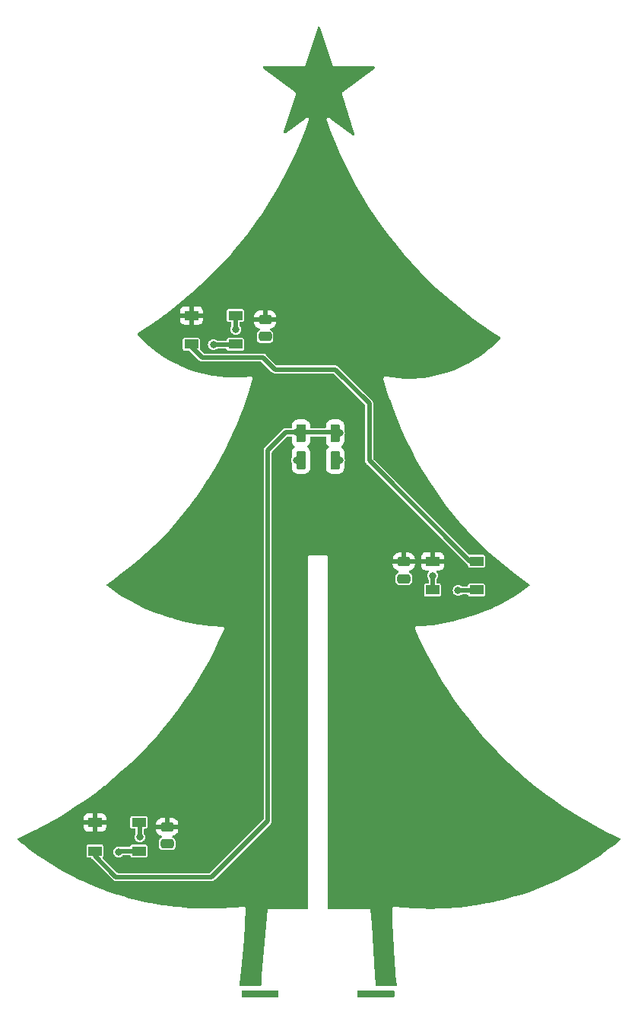
<source format=gtl>
%TF.GenerationSoftware,KiCad,Pcbnew,(6.0.7)*%
%TF.CreationDate,2022-11-21T20:11:54+01:00*%
%TF.ProjectId,Arbolito Tronco 2,4172626f-6c69-4746-9f20-54726f6e636f,rev?*%
%TF.SameCoordinates,Original*%
%TF.FileFunction,Copper,L1,Top*%
%TF.FilePolarity,Positive*%
%FSLAX46Y46*%
G04 Gerber Fmt 4.6, Leading zero omitted, Abs format (unit mm)*
G04 Created by KiCad (PCBNEW (6.0.7)) date 2022-11-21 20:11:54*
%MOMM*%
%LPD*%
G01*
G04 APERTURE LIST*
G04 Aperture macros list*
%AMRoundRect*
0 Rectangle with rounded corners*
0 $1 Rounding radius*
0 $2 $3 $4 $5 $6 $7 $8 $9 X,Y pos of 4 corners*
0 Add a 4 corners polygon primitive as box body*
4,1,4,$2,$3,$4,$5,$6,$7,$8,$9,$2,$3,0*
0 Add four circle primitives for the rounded corners*
1,1,$1+$1,$2,$3*
1,1,$1+$1,$4,$5*
1,1,$1+$1,$6,$7*
1,1,$1+$1,$8,$9*
0 Add four rect primitives between the rounded corners*
20,1,$1+$1,$2,$3,$4,$5,0*
20,1,$1+$1,$4,$5,$6,$7,0*
20,1,$1+$1,$6,$7,$8,$9,0*
20,1,$1+$1,$8,$9,$2,$3,0*%
G04 Aperture macros list end*
%TA.AperFunction,SMDPad,CuDef*%
%ADD10RoundRect,0.250000X-0.475000X0.250000X-0.475000X-0.250000X0.475000X-0.250000X0.475000X0.250000X0*%
%TD*%
%TA.AperFunction,SMDPad,CuDef*%
%ADD11R,1.500000X1.000000*%
%TD*%
%TA.AperFunction,ViaPad*%
%ADD12C,0.800000*%
%TD*%
%TA.AperFunction,Conductor*%
%ADD13C,0.500000*%
%TD*%
G04 APERTURE END LIST*
D10*
%TO.P,C16,1*%
%TO.N,+5V*%
X149050000Y-79400000D03*
%TO.P,C16,2*%
%TO.N,GND*%
X149050000Y-81300000D03*
%TD*%
D11*
%TO.P,U5,1,VDD*%
%TO.N,+5V*%
X125400000Y-52000000D03*
%TO.P,U5,2,DIN*%
%TO.N,Net-(U4-Pad4)*%
X125400000Y-55200000D03*
%TO.P,U5,3,VSS*%
%TO.N,GND*%
X130300000Y-55200000D03*
%TO.P,U5,4,DOUT*%
%TO.N,Net-(U5-Pad4)*%
X130300000Y-52000000D03*
%TD*%
D10*
%TO.P,C12,1*%
%TO.N,+5V*%
X133600000Y-52450000D03*
%TO.P,C12,2*%
%TO.N,GND*%
X133600000Y-54350000D03*
%TD*%
D11*
%TO.P,U1,1,VDD*%
%TO.N,+5V*%
X114650000Y-108400000D03*
%TO.P,U1,2,DIN*%
%TO.N,/DIN*%
X114650000Y-111600000D03*
%TO.P,U1,3,VSS*%
%TO.N,GND*%
X119550000Y-111600000D03*
%TO.P,U1,4,DOUT*%
%TO.N,Net-(U1-Pad4)*%
X119550000Y-108400000D03*
%TD*%
D10*
%TO.P,C14,1*%
%TO.N,+5V*%
X122700000Y-108900000D03*
%TO.P,C14,2*%
%TO.N,GND*%
X122700000Y-110800000D03*
%TD*%
D11*
%TO.P,U4,1,VDD*%
%TO.N,+5V*%
X152250000Y-79350000D03*
%TO.P,U4,2,DIN*%
%TO.N,Net-(U3-Pad4)*%
X152250000Y-82550000D03*
%TO.P,U4,3,VSS*%
%TO.N,GND*%
X157150000Y-82550000D03*
%TO.P,U4,4,DOUT*%
%TO.N,Net-(U4-Pad4)*%
X157150000Y-79350000D03*
%TD*%
D12*
%TO.N,+5V*%
X122700000Y-108900000D03*
X149050000Y-79400000D03*
X137100000Y-62100000D03*
X127950000Y-51900000D03*
X117250000Y-108450000D03*
X141900000Y-62100000D03*
X133600000Y-52450000D03*
X155050000Y-79350000D03*
%TO.N,GND*%
X155100000Y-82600000D03*
X122700000Y-110850000D03*
X137100000Y-68100000D03*
X141900000Y-68100000D03*
X117300000Y-111700000D03*
X133600000Y-54350000D03*
X127850000Y-55250000D03*
X149000000Y-81350000D03*
%TO.N,/DIN*%
X141900000Y-65100000D03*
X137100000Y-65000000D03*
%TO.N,Net-(U1-Pad4)*%
X119650000Y-110050000D03*
%TO.N,Net-(U3-Pad4)*%
X152250000Y-80950000D03*
%TO.N,Net-(U5-Pad4)*%
X130350000Y-53550000D03*
%TD*%
D13*
%TO.N,+5V*%
X117250000Y-108450000D02*
X114700000Y-108450000D01*
X155050000Y-79350000D02*
X152250000Y-79350000D01*
X114700000Y-108450000D02*
X114650000Y-108400000D01*
%TO.N,GND*%
X130250000Y-55250000D02*
X130300000Y-55200000D01*
X117400000Y-111600000D02*
X117300000Y-111700000D01*
X127850000Y-55250000D02*
X130250000Y-55250000D01*
X157100000Y-82600000D02*
X157150000Y-82550000D01*
X119550000Y-111600000D02*
X117400000Y-111600000D01*
X155100000Y-82600000D02*
X157100000Y-82600000D01*
%TO.N,/DIN*%
X133900000Y-108250000D02*
X133900000Y-67000000D01*
X133900000Y-67000000D02*
X135900000Y-65000000D01*
X135900000Y-65000000D02*
X137100000Y-65000000D01*
X114650000Y-111600000D02*
X114650000Y-112150000D01*
X114650000Y-112150000D02*
X117000000Y-114500000D01*
X137100000Y-65000000D02*
X141800000Y-65000000D01*
X117000000Y-114500000D02*
X127650000Y-114500000D01*
X141800000Y-65000000D02*
X141900000Y-65100000D01*
X127650000Y-114500000D02*
X133900000Y-108250000D01*
%TO.N,Net-(U1-Pad4)*%
X119650000Y-110050000D02*
X119650000Y-108500000D01*
X119650000Y-108500000D02*
X119550000Y-108400000D01*
X119600000Y-108350000D02*
X119550000Y-108400000D01*
%TO.N,Net-(U3-Pad4)*%
X152250000Y-80950000D02*
X152250000Y-82550000D01*
%TO.N,Net-(U4-Pad4)*%
X125400000Y-55500000D02*
X125400000Y-55200000D01*
X141400000Y-58000000D02*
X134700000Y-58000000D01*
X133400000Y-56700000D02*
X126600000Y-56700000D01*
X156400000Y-79350000D02*
X145200000Y-68150000D01*
X145200000Y-68150000D02*
X145200000Y-61800000D01*
X134700000Y-58000000D02*
X133400000Y-56700000D01*
X145200000Y-61800000D02*
X141400000Y-58000000D01*
X126600000Y-56700000D02*
X125400000Y-55500000D01*
X157150000Y-79350000D02*
X156400000Y-79350000D01*
%TO.N,Net-(U5-Pad4)*%
X130300000Y-52000000D02*
X130300000Y-53500000D01*
X130300000Y-53500000D02*
X130350000Y-53550000D01*
%TD*%
%TA.AperFunction,Conductor*%
%TO.N,/DIN*%
G36*
X138042121Y-64120002D02*
G01*
X138088614Y-64173658D01*
X138100000Y-64226000D01*
X138100000Y-65974000D01*
X138079998Y-66042121D01*
X138026342Y-66088614D01*
X137974000Y-66100000D01*
X137226000Y-66100000D01*
X137157879Y-66079998D01*
X137111386Y-66026342D01*
X137100000Y-65974000D01*
X137100000Y-64226000D01*
X137120002Y-64157879D01*
X137173658Y-64111386D01*
X137226000Y-64100000D01*
X137974000Y-64100000D01*
X138042121Y-64120002D01*
G37*
%TD.AperFunction*%
%TD*%
%TA.AperFunction,Conductor*%
%TO.N,/DIN*%
G36*
X141842121Y-64120002D02*
G01*
X141888614Y-64173658D01*
X141900000Y-64226000D01*
X141900000Y-65974000D01*
X141879998Y-66042121D01*
X141826342Y-66088614D01*
X141774000Y-66100000D01*
X141026000Y-66100000D01*
X140957879Y-66079998D01*
X140911386Y-66026342D01*
X140900000Y-65974000D01*
X140900000Y-64226000D01*
X140920002Y-64157879D01*
X140973658Y-64111386D01*
X141026000Y-64100000D01*
X141774000Y-64100000D01*
X141842121Y-64120002D01*
G37*
%TD.AperFunction*%
%TD*%
%TA.AperFunction,Conductor*%
%TO.N,+5V*%
G36*
X138100000Y-63100000D02*
G01*
X137100000Y-63100000D01*
X137100000Y-61100000D01*
X138100000Y-61100000D01*
X138100000Y-63100000D01*
G37*
%TD.AperFunction*%
%TD*%
%TA.AperFunction,Conductor*%
%TO.N,+5V*%
G36*
X141900000Y-63100000D02*
G01*
X140900000Y-63100000D01*
X140900000Y-61100000D01*
X141900000Y-61100000D01*
X141900000Y-63100000D01*
G37*
%TD.AperFunction*%
%TD*%
%TA.AperFunction,Conductor*%
%TO.N,GND*%
G36*
X138042121Y-67120002D02*
G01*
X138088614Y-67173658D01*
X138100000Y-67226000D01*
X138100000Y-68974000D01*
X138079998Y-69042121D01*
X138026342Y-69088614D01*
X137974000Y-69100000D01*
X137226000Y-69100000D01*
X137157879Y-69079998D01*
X137111386Y-69026342D01*
X137100000Y-68974000D01*
X137100000Y-67226000D01*
X137120002Y-67157879D01*
X137173658Y-67111386D01*
X137226000Y-67100000D01*
X137974000Y-67100000D01*
X138042121Y-67120002D01*
G37*
%TD.AperFunction*%
%TD*%
%TA.AperFunction,NonConductor*%
G36*
X147942121Y-127120002D02*
G01*
X147988614Y-127173658D01*
X148000000Y-127226000D01*
X148000000Y-127765500D01*
X147979998Y-127833621D01*
X147926342Y-127880114D01*
X147874000Y-127891500D01*
X144026000Y-127891500D01*
X143957879Y-127871498D01*
X143911386Y-127817842D01*
X143900000Y-127765500D01*
X143900000Y-127226000D01*
X143920002Y-127157879D01*
X143973658Y-127111386D01*
X144026000Y-127100000D01*
X147874000Y-127100000D01*
X147942121Y-127120002D01*
G37*
%TD.AperFunction*%
%TA.AperFunction,Conductor*%
%TO.N,GND*%
G36*
X141842121Y-67120002D02*
G01*
X141888614Y-67173658D01*
X141900000Y-67226000D01*
X141900000Y-68974000D01*
X141879998Y-69042121D01*
X141826342Y-69088614D01*
X141774000Y-69100000D01*
X141026000Y-69100000D01*
X140957879Y-69079998D01*
X140911386Y-69026342D01*
X140900000Y-68974000D01*
X140900000Y-67226000D01*
X140920002Y-67157879D01*
X140973658Y-67111386D01*
X141026000Y-67100000D01*
X141774000Y-67100000D01*
X141842121Y-67120002D01*
G37*
%TD.AperFunction*%
%TD*%
%TA.AperFunction,NonConductor*%
G36*
X135042121Y-127120002D02*
G01*
X135088614Y-127173658D01*
X135100000Y-127226000D01*
X135100000Y-127765500D01*
X135079998Y-127833621D01*
X135026342Y-127880114D01*
X134974000Y-127891500D01*
X131126000Y-127891500D01*
X131057879Y-127871498D01*
X131011386Y-127817842D01*
X131000000Y-127765500D01*
X131000000Y-127226000D01*
X131020002Y-127157879D01*
X131073658Y-127111386D01*
X131126000Y-127100000D01*
X134974000Y-127100000D01*
X135042121Y-127120002D01*
G37*
%TD.AperFunction*%
%TA.AperFunction,Conductor*%
%TO.N,+5V*%
G36*
X139656451Y-19869837D02*
G01*
X139708391Y-19918239D01*
X139719534Y-19942639D01*
X141098339Y-24079054D01*
X141099160Y-24082044D01*
X141099042Y-24093704D01*
X141110386Y-24117899D01*
X141113068Y-24124613D01*
X141114699Y-24128133D01*
X141116937Y-24134847D01*
X141120614Y-24140898D01*
X141121429Y-24142657D01*
X141125922Y-24151037D01*
X141131848Y-24163676D01*
X141137874Y-24176528D01*
X141146571Y-24183616D01*
X141152400Y-24193209D01*
X141164298Y-24200940D01*
X141164301Y-24200943D01*
X141176014Y-24208554D01*
X141186964Y-24216538D01*
X141197780Y-24225353D01*
X141197783Y-24225354D01*
X141208782Y-24234319D01*
X141219694Y-24236935D01*
X141229105Y-24243050D01*
X141243173Y-24244856D01*
X141243179Y-24244858D01*
X141257032Y-24246636D01*
X141266634Y-24248397D01*
X141268430Y-24248618D01*
X141275364Y-24250280D01*
X141282490Y-24250346D01*
X141286593Y-24250850D01*
X141293622Y-24251332D01*
X141302692Y-24252496D01*
X141305760Y-24252890D01*
X141305761Y-24252890D01*
X141319836Y-24254697D01*
X141331045Y-24250971D01*
X141334369Y-24250826D01*
X145718685Y-24291422D01*
X145786617Y-24312054D01*
X145832611Y-24366138D01*
X145842064Y-24436503D01*
X145811974Y-24500808D01*
X145792181Y-24518913D01*
X142260373Y-27117025D01*
X142257588Y-27118855D01*
X142246319Y-27122392D01*
X142235963Y-27132091D01*
X142235964Y-27132091D01*
X142227032Y-27140457D01*
X142221878Y-27144740D01*
X142218686Y-27147692D01*
X142212983Y-27151887D01*
X142208356Y-27157245D01*
X142207167Y-27158345D01*
X142200309Y-27165485D01*
X142179554Y-27184924D01*
X142175566Y-27195218D01*
X142168350Y-27203575D01*
X142162087Y-27226770D01*
X142160935Y-27231036D01*
X142156787Y-27243697D01*
X142146511Y-27270223D01*
X142147382Y-27281229D01*
X142144504Y-27291887D01*
X142147687Y-27308910D01*
X142149730Y-27319838D01*
X142151067Y-27329914D01*
X142151349Y-27331366D01*
X142151912Y-27338478D01*
X142154053Y-27345279D01*
X142154925Y-27349767D01*
X142156511Y-27356111D01*
X142161315Y-27381805D01*
X142168391Y-27391441D01*
X142169639Y-27394788D01*
X143558775Y-31807335D01*
X143560152Y-31878318D01*
X143522934Y-31938777D01*
X143458937Y-31969517D01*
X143388480Y-31960778D01*
X143363949Y-31946683D01*
X140799520Y-30061074D01*
X140801815Y-30057953D01*
X140795570Y-30054489D01*
X140795477Y-30054636D01*
X140766723Y-30036547D01*
X140759191Y-30031420D01*
X140750564Y-30025077D01*
X140744300Y-30022357D01*
X140741177Y-30020477D01*
X140730063Y-30013486D01*
X140730062Y-30013486D01*
X140718048Y-30005928D01*
X140703948Y-30004328D01*
X140702467Y-30003809D01*
X140700935Y-30003522D01*
X140687925Y-29997871D01*
X140673749Y-29998421D01*
X140673747Y-29998421D01*
X140667024Y-29998682D01*
X140647938Y-29997974D01*
X140641255Y-29997216D01*
X140641253Y-29997216D01*
X140627155Y-29995617D01*
X140613761Y-30000288D01*
X140612205Y-30000462D01*
X140610693Y-30000869D01*
X140596519Y-30001420D01*
X140578037Y-30011215D01*
X140560538Y-30018851D01*
X140555877Y-30020477D01*
X140540782Y-30025742D01*
X140530737Y-30035762D01*
X140529419Y-30036588D01*
X140528232Y-30037612D01*
X140515694Y-30044257D01*
X140507278Y-30055682D01*
X140503294Y-30061090D01*
X140490832Y-30075567D01*
X140476018Y-30090344D01*
X140471312Y-30103728D01*
X140470482Y-30105045D01*
X140469856Y-30106482D01*
X140461440Y-30117907D01*
X140458811Y-30131850D01*
X140458810Y-30131853D01*
X140457565Y-30138456D01*
X140452613Y-30156906D01*
X140450383Y-30163249D01*
X140450383Y-30163252D01*
X140445675Y-30176640D01*
X140447240Y-30190748D01*
X140447062Y-30192303D01*
X140447121Y-30193858D01*
X140444492Y-30207799D01*
X140448169Y-30221499D01*
X140448169Y-30221503D01*
X140449914Y-30228005D01*
X140453452Y-30246774D01*
X140455757Y-30267558D01*
X140455994Y-30268236D01*
X140457127Y-30270033D01*
X140457166Y-30270140D01*
X140457177Y-30270187D01*
X140457222Y-30270292D01*
X140457764Y-30271766D01*
X140914656Y-31514055D01*
X140914978Y-31514860D01*
X141087889Y-31946683D01*
X141408147Y-32746486D01*
X141408491Y-32747278D01*
X141408496Y-32747291D01*
X141936124Y-33963551D01*
X141936486Y-33964385D01*
X142499247Y-35166766D01*
X143095973Y-36352657D01*
X143726183Y-37521099D01*
X144389366Y-38671146D01*
X145084986Y-39801868D01*
X145812480Y-40912351D01*
X146571261Y-42001696D01*
X147360713Y-43069022D01*
X147361271Y-43069733D01*
X148179635Y-44112748D01*
X148179657Y-44112775D01*
X148180199Y-44113466D01*
X149029055Y-45134182D01*
X149906596Y-46130346D01*
X149907193Y-46130986D01*
X150550164Y-46820318D01*
X150812110Y-47101152D01*
X150812684Y-47101734D01*
X150812700Y-47101750D01*
X151452180Y-47749392D01*
X151744866Y-48045814D01*
X152704110Y-48963567D01*
X153689065Y-49853671D01*
X153689741Y-49854247D01*
X153689748Y-49854254D01*
X154301927Y-50376633D01*
X154698934Y-50715404D01*
X155732901Y-51548070D01*
X155733643Y-51548633D01*
X155733650Y-51548639D01*
X156789424Y-52350460D01*
X156789443Y-52350474D01*
X156790129Y-52350995D01*
X156790821Y-52351491D01*
X156790833Y-52351499D01*
X157867232Y-53121718D01*
X157869763Y-53123529D01*
X158970930Y-53865049D01*
X159760477Y-54364690D01*
X159807343Y-54418018D01*
X159817938Y-54488220D01*
X159786163Y-54556101D01*
X159564523Y-54798941D01*
X159559967Y-54803679D01*
X159051372Y-55305640D01*
X159046584Y-55310125D01*
X158782120Y-55545211D01*
X158512512Y-55784868D01*
X158507487Y-55789105D01*
X157949394Y-56235339D01*
X157944154Y-56239309D01*
X157363550Y-56655827D01*
X157358111Y-56659518D01*
X156993849Y-56893063D01*
X156768622Y-57037466D01*
X156756573Y-57045191D01*
X156750955Y-57048590D01*
X156205035Y-57359676D01*
X156130103Y-57402375D01*
X156124315Y-57405476D01*
X155485863Y-57726397D01*
X155479923Y-57729191D01*
X154825606Y-58016376D01*
X154819520Y-58018860D01*
X154151127Y-58271525D01*
X154144920Y-58273688D01*
X153464263Y-58491148D01*
X153457951Y-58492985D01*
X152766867Y-58674655D01*
X152760468Y-58676160D01*
X152060848Y-58821540D01*
X152054379Y-58822709D01*
X151348135Y-58931403D01*
X151341614Y-58932233D01*
X151125114Y-58954071D01*
X150630658Y-59003946D01*
X150624121Y-59004433D01*
X150352203Y-59017591D01*
X149910378Y-59038971D01*
X149903806Y-59039117D01*
X149567572Y-59037831D01*
X149189234Y-59036383D01*
X149182697Y-59036188D01*
X148469247Y-58996190D01*
X148462696Y-58995651D01*
X147752315Y-58918500D01*
X147745801Y-58917620D01*
X147159009Y-58822709D01*
X147073231Y-58808835D01*
X147063337Y-58805921D01*
X147051470Y-58803661D01*
X147038475Y-58797975D01*
X147024299Y-58798487D01*
X147019623Y-58797596D01*
X147010840Y-58796937D01*
X147006084Y-58797119D01*
X146992135Y-58794494D01*
X146978429Y-58798177D01*
X146972743Y-58798395D01*
X146966745Y-58799297D01*
X146961241Y-58800763D01*
X146947059Y-58801275D01*
X146934501Y-58807887D01*
X146929891Y-58809115D01*
X146921707Y-58812323D01*
X146917496Y-58814552D01*
X146903793Y-58818234D01*
X146893042Y-58827495D01*
X146888024Y-58830151D01*
X146882988Y-58833580D01*
X146878673Y-58837281D01*
X146866117Y-58843892D01*
X146857669Y-58855296D01*
X146854052Y-58858398D01*
X146848065Y-58864842D01*
X146845238Y-58868675D01*
X146834486Y-58877937D01*
X146828815Y-58890944D01*
X146825436Y-58895526D01*
X146822397Y-58900780D01*
X146820110Y-58905994D01*
X146811664Y-58917394D01*
X146808997Y-58931332D01*
X146807085Y-58935690D01*
X146804482Y-58944101D01*
X146803597Y-58948781D01*
X146797926Y-58961788D01*
X146798456Y-58975967D01*
X146797399Y-58981557D01*
X146796938Y-58987623D01*
X146797138Y-58993303D01*
X146794471Y-59007240D01*
X146798111Y-59020954D01*
X146798279Y-59025712D01*
X146800995Y-59043874D01*
X146801344Y-59053200D01*
X146801531Y-59053893D01*
X146802805Y-59056284D01*
X146803389Y-59057999D01*
X147136846Y-60217494D01*
X147137137Y-60218403D01*
X147464609Y-61241432D01*
X147506016Y-61370790D01*
X147909343Y-62512589D01*
X148346469Y-63641881D01*
X148346817Y-63642706D01*
X148346827Y-63642731D01*
X148591386Y-64222649D01*
X148817008Y-64757664D01*
X149320542Y-65858950D01*
X149320961Y-65859800D01*
X149320974Y-65859826D01*
X149856213Y-66943931D01*
X149856625Y-66944765D01*
X150424783Y-68014145D01*
X150425219Y-68014909D01*
X150425229Y-68014928D01*
X151024044Y-69065322D01*
X151024513Y-69066145D01*
X151655283Y-70099831D01*
X151655784Y-70100600D01*
X151655800Y-70100625D01*
X151932060Y-70524448D01*
X152316534Y-71114289D01*
X153007681Y-72108621D01*
X153008214Y-72109341D01*
X153008234Y-72109369D01*
X153545972Y-72835868D01*
X153728112Y-73081944D01*
X153728679Y-73082664D01*
X153728701Y-73082693D01*
X154476593Y-74032642D01*
X154476612Y-74032666D01*
X154477188Y-74033397D01*
X155254246Y-74962138D01*
X156058598Y-75867343D01*
X156889531Y-76748212D01*
X157746309Y-77603963D01*
X158628173Y-78433838D01*
X159534343Y-79237104D01*
X159535042Y-79237687D01*
X159535045Y-79237690D01*
X160463310Y-80012459D01*
X160463327Y-80012472D01*
X160464015Y-80013047D01*
X161416366Y-80760981D01*
X161417134Y-80761548D01*
X162389783Y-81479676D01*
X162389805Y-81479692D01*
X162390553Y-81480244D01*
X162391330Y-81480783D01*
X162391343Y-81480792D01*
X163010305Y-81909924D01*
X163054891Y-81965175D01*
X163062528Y-82035760D01*
X163030792Y-82099268D01*
X163014192Y-82114214D01*
X162680998Y-82364509D01*
X162677042Y-82367364D01*
X161963790Y-82861133D01*
X161959782Y-82863794D01*
X161227937Y-83329569D01*
X161223801Y-83332089D01*
X160910433Y-83514874D01*
X160474508Y-83769144D01*
X160470245Y-83771521D01*
X159704610Y-84179215D01*
X159700258Y-84181426D01*
X158919377Y-84559173D01*
X158914943Y-84561213D01*
X158854695Y-84587529D01*
X158120020Y-84908430D01*
X158115536Y-84910287D01*
X157307719Y-85226471D01*
X157303176Y-85228147D01*
X156483751Y-85512795D01*
X156479143Y-85514297D01*
X155649334Y-85766984D01*
X155644644Y-85768314D01*
X155004016Y-85936577D01*
X154805628Y-85988684D01*
X154800883Y-85989832D01*
X153954019Y-86177527D01*
X153949234Y-86178491D01*
X153095669Y-86333257D01*
X153090895Y-86334026D01*
X152232012Y-86455610D01*
X152227208Y-86456196D01*
X151834813Y-86496313D01*
X151364227Y-86544425D01*
X151359363Y-86544827D01*
X150527811Y-86597404D01*
X150515487Y-86596669D01*
X150505313Y-86597097D01*
X150491360Y-86594525D01*
X150478425Y-86598053D01*
X150477469Y-86598052D01*
X150476537Y-86598264D01*
X150463144Y-86597673D01*
X150450101Y-86603256D01*
X150450102Y-86603256D01*
X150441862Y-86606783D01*
X150425437Y-86612507D01*
X150416800Y-86614863D01*
X150416796Y-86614865D01*
X150403108Y-86618599D01*
X150392984Y-86627387D01*
X150392123Y-86627800D01*
X150391376Y-86628394D01*
X150379048Y-86633671D01*
X150365441Y-86649255D01*
X150363822Y-86651109D01*
X150351505Y-86663390D01*
X150334027Y-86678561D01*
X150328715Y-86690872D01*
X150328118Y-86691618D01*
X150327703Y-86692476D01*
X150318883Y-86702577D01*
X150315110Y-86716253D01*
X150315108Y-86716256D01*
X150312723Y-86724900D01*
X150306950Y-86741307D01*
X150303405Y-86749521D01*
X150303405Y-86749523D01*
X150297783Y-86762550D01*
X150298335Y-86775949D01*
X150298121Y-86776878D01*
X150298119Y-86777829D01*
X150294552Y-86790757D01*
X150298630Y-86813256D01*
X150298681Y-86813535D01*
X150300594Y-86830822D01*
X150301546Y-86853949D01*
X150307852Y-86865781D01*
X150309353Y-86872418D01*
X150309424Y-86872809D01*
X150310867Y-86880766D01*
X150311150Y-86881426D01*
X150312322Y-86883029D01*
X150844695Y-88070476D01*
X151411851Y-89243860D01*
X152012526Y-90400443D01*
X152646224Y-91539267D01*
X153312421Y-92659391D01*
X154010566Y-93759886D01*
X154011039Y-93760586D01*
X154011048Y-93760600D01*
X154583423Y-94607933D01*
X154740079Y-94839843D01*
X155500358Y-95898366D01*
X156290772Y-96934580D01*
X156291323Y-96935261D01*
X156291331Y-96935271D01*
X157110100Y-97946924D01*
X157110669Y-97947627D01*
X157111230Y-97948280D01*
X157111256Y-97948312D01*
X157781919Y-98729876D01*
X157959369Y-98936669D01*
X158836169Y-99900887D01*
X158836798Y-99901540D01*
X158836799Y-99901541D01*
X159465178Y-100553840D01*
X159740345Y-100839482D01*
X160671147Y-101751679D01*
X160671811Y-101752293D01*
X160671817Y-101752299D01*
X160735743Y-101811439D01*
X161627805Y-102636721D01*
X161628481Y-102637311D01*
X161628503Y-102637331D01*
X161694291Y-102694771D01*
X162609528Y-103493877D01*
X163615502Y-104322437D01*
X164644895Y-105121715D01*
X164645592Y-105122225D01*
X164645595Y-105122227D01*
X165244415Y-105560164D01*
X165696855Y-105891049D01*
X166770511Y-106629803D01*
X166771272Y-106630295D01*
X166771287Y-106630305D01*
X167147006Y-106873204D01*
X167864975Y-107337365D01*
X168979340Y-108013149D01*
X169413283Y-108259517D01*
X170108111Y-108654000D01*
X170112685Y-108656597D01*
X170113489Y-108657024D01*
X170113492Y-108657025D01*
X170133336Y-108667548D01*
X171264071Y-109267175D01*
X171264868Y-109267569D01*
X171264892Y-109267581D01*
X171692391Y-109478757D01*
X172432545Y-109844379D01*
X172937526Y-110076004D01*
X173139825Y-110168795D01*
X173193404Y-110215376D01*
X173213294Y-110283530D01*
X173193179Y-110351618D01*
X173167632Y-110380388D01*
X172724734Y-110746955D01*
X172721481Y-110749558D01*
X171855584Y-111419257D01*
X171852248Y-111421750D01*
X170964695Y-112062456D01*
X170961278Y-112064838D01*
X170873102Y-112124158D01*
X170053006Y-112675875D01*
X170049560Y-112678113D01*
X169507586Y-113017255D01*
X169121557Y-113258814D01*
X169117999Y-113260959D01*
X168600641Y-113561371D01*
X168171378Y-113810629D01*
X168167742Y-113812661D01*
X167203450Y-114330752D01*
X167199751Y-114332661D01*
X166796643Y-114532362D01*
X166218860Y-114818598D01*
X166215098Y-114820385D01*
X165218683Y-115273632D01*
X165214863Y-115275294D01*
X164204001Y-115695364D01*
X164200135Y-115696896D01*
X163175952Y-116083319D01*
X163172057Y-116084715D01*
X162135614Y-116437091D01*
X162131692Y-116438352D01*
X161084186Y-116756271D01*
X161080239Y-116757399D01*
X160022776Y-117040526D01*
X160018776Y-117041527D01*
X159584678Y-117142503D01*
X158952541Y-117289545D01*
X158948469Y-117290421D01*
X157874694Y-117503046D01*
X157870595Y-117503788D01*
X157126606Y-117625707D01*
X156790308Y-117680817D01*
X156786203Y-117681420D01*
X156475502Y-117721841D01*
X155700702Y-117822638D01*
X155696563Y-117823107D01*
X155271074Y-117864213D01*
X154606955Y-117928372D01*
X154602858Y-117928700D01*
X154077493Y-117961974D01*
X153510377Y-117997892D01*
X153506216Y-117998087D01*
X152540829Y-118027242D01*
X152412014Y-118031132D01*
X152407856Y-118031188D01*
X151796189Y-118029433D01*
X151313252Y-118028047D01*
X151309088Y-118027967D01*
X150215098Y-117988645D01*
X150210938Y-117988426D01*
X149118927Y-117912971D01*
X149114777Y-117912616D01*
X148060061Y-117804610D01*
X148054215Y-117803282D01*
X148047155Y-117799823D01*
X148035580Y-117799741D01*
X148024685Y-117795831D01*
X148010575Y-117797303D01*
X148010574Y-117797303D01*
X147997240Y-117798694D01*
X147983276Y-117799371D01*
X147969868Y-117799276D01*
X147969866Y-117799276D01*
X147955681Y-117799176D01*
X147945215Y-117804122D01*
X147933704Y-117805323D01*
X147921624Y-117812771D01*
X147910219Y-117819803D01*
X147897928Y-117826470D01*
X147886815Y-117831722D01*
X147872976Y-117838262D01*
X147865691Y-117847257D01*
X147855839Y-117853331D01*
X147840953Y-117876569D01*
X147832769Y-117887905D01*
X147828168Y-117893586D01*
X147815403Y-117909346D01*
X147812739Y-117920609D01*
X147806495Y-117930356D01*
X147803159Y-117957747D01*
X147800700Y-117971514D01*
X147795996Y-117991404D01*
X147795995Y-117991408D01*
X147794350Y-117998366D01*
X147794346Y-117999084D01*
X147795348Y-118003567D01*
X147795357Y-118003727D01*
X147795495Y-118004225D01*
X147795721Y-118005236D01*
X147795768Y-118013293D01*
X147795796Y-118018202D01*
X147794715Y-118018208D01*
X147793976Y-118022306D01*
X147795820Y-118022295D01*
X147798023Y-118403181D01*
X147804328Y-119493573D01*
X147843566Y-120987566D01*
X147843597Y-120988237D01*
X147843599Y-120988281D01*
X147912303Y-122457393D01*
X147913381Y-122480443D01*
X148013745Y-123971577D01*
X148013802Y-123972223D01*
X148100723Y-124961020D01*
X148144616Y-125460345D01*
X148144678Y-125460912D01*
X148144681Y-125460947D01*
X148257106Y-126496368D01*
X148244574Y-126566250D01*
X148196250Y-126618263D01*
X148127478Y-126635893D01*
X148088810Y-126628225D01*
X148086790Y-126627302D01*
X148056006Y-126618263D01*
X148022992Y-126608569D01*
X148022988Y-126608568D01*
X148018669Y-126607300D01*
X148014220Y-126606660D01*
X148014214Y-126606659D01*
X147878447Y-126587139D01*
X147878442Y-126587139D01*
X147874000Y-126586500D01*
X146023706Y-126586500D01*
X145955585Y-126566498D01*
X145909092Y-126512842D01*
X145897963Y-126468545D01*
X145833461Y-125460345D01*
X145466939Y-119731496D01*
X145361157Y-118078081D01*
X145361157Y-118078080D01*
X145360000Y-118060000D01*
X140726996Y-118078290D01*
X140658798Y-118058557D01*
X140612094Y-118005085D01*
X140600500Y-117952291D01*
X140600500Y-79697095D01*
X147817001Y-79697095D01*
X147817338Y-79703614D01*
X147827257Y-79799206D01*
X147830149Y-79812600D01*
X147881588Y-79966784D01*
X147887761Y-79979962D01*
X147973063Y-80117807D01*
X147982099Y-80129208D01*
X148096829Y-80243739D01*
X148108240Y-80252751D01*
X148246243Y-80337816D01*
X148259424Y-80343963D01*
X148406092Y-80392611D01*
X148464451Y-80433042D01*
X148491688Y-80498606D01*
X148479154Y-80568488D01*
X148430830Y-80620500D01*
X148408171Y-80631087D01*
X148361816Y-80647366D01*
X148354246Y-80652958D01*
X148354243Y-80652959D01*
X148269794Y-80715335D01*
X148252850Y-80727850D01*
X148247258Y-80735421D01*
X148177959Y-80829243D01*
X148177958Y-80829246D01*
X148172366Y-80836816D01*
X148127481Y-80964631D01*
X148124500Y-80996166D01*
X148124500Y-81603834D01*
X148127481Y-81635369D01*
X148172366Y-81763184D01*
X148177958Y-81770754D01*
X148177959Y-81770757D01*
X148226425Y-81836374D01*
X148252850Y-81872150D01*
X148260421Y-81877742D01*
X148354243Y-81947041D01*
X148354246Y-81947042D01*
X148361816Y-81952634D01*
X148489631Y-81997519D01*
X148497277Y-81998242D01*
X148497278Y-81998242D01*
X148503248Y-81998806D01*
X148521166Y-82000500D01*
X149578834Y-82000500D01*
X149596752Y-81998806D01*
X149602722Y-81998242D01*
X149602723Y-81998242D01*
X149610369Y-81997519D01*
X149738184Y-81952634D01*
X149745754Y-81947042D01*
X149745757Y-81947041D01*
X149839579Y-81877742D01*
X149847150Y-81872150D01*
X149873575Y-81836374D01*
X149922041Y-81770757D01*
X149922042Y-81770754D01*
X149927634Y-81763184D01*
X149972519Y-81635369D01*
X149975500Y-81603834D01*
X149975500Y-80996166D01*
X149972519Y-80964631D01*
X149927634Y-80836816D01*
X149922042Y-80829246D01*
X149922041Y-80829243D01*
X149852742Y-80735421D01*
X149847150Y-80727850D01*
X149830206Y-80715335D01*
X149745757Y-80652959D01*
X149745754Y-80652958D01*
X149738184Y-80647366D01*
X149692027Y-80631157D01*
X149634381Y-80589714D01*
X149608293Y-80523684D01*
X149622044Y-80454032D01*
X149671269Y-80402871D01*
X149693899Y-80392750D01*
X149841784Y-80343412D01*
X149854962Y-80337239D01*
X149992807Y-80251937D01*
X150004208Y-80242901D01*
X150118739Y-80128171D01*
X150127751Y-80116760D01*
X150212816Y-79978757D01*
X150218963Y-79965576D01*
X150242482Y-79894669D01*
X150992001Y-79894669D01*
X150992371Y-79901490D01*
X150997895Y-79952352D01*
X151001521Y-79967604D01*
X151046676Y-80088054D01*
X151055214Y-80103649D01*
X151131715Y-80205724D01*
X151144276Y-80218285D01*
X151246351Y-80294786D01*
X151261946Y-80303324D01*
X151382394Y-80348478D01*
X151397649Y-80352105D01*
X151448514Y-80357631D01*
X151455328Y-80358000D01*
X151691840Y-80358000D01*
X151759961Y-80378002D01*
X151806454Y-80431658D01*
X151816558Y-80501932D01*
X151791803Y-80560704D01*
X151725464Y-80647159D01*
X151664956Y-80793238D01*
X151644318Y-80950000D01*
X151664956Y-81106762D01*
X151725464Y-81252841D01*
X151730491Y-81259392D01*
X151773463Y-81315395D01*
X151799063Y-81381616D01*
X151799500Y-81392099D01*
X151799500Y-81723500D01*
X151779498Y-81791621D01*
X151725842Y-81838114D01*
X151673500Y-81849500D01*
X151480252Y-81849500D01*
X151474184Y-81850707D01*
X151433939Y-81858712D01*
X151433938Y-81858712D01*
X151421769Y-81861133D01*
X151355448Y-81905448D01*
X151311133Y-81971769D01*
X151308712Y-81983938D01*
X151308712Y-81983939D01*
X151303996Y-82007648D01*
X151299500Y-82030252D01*
X151299500Y-83069748D01*
X151311133Y-83128231D01*
X151355448Y-83194552D01*
X151421769Y-83238867D01*
X151433938Y-83241288D01*
X151433939Y-83241288D01*
X151474184Y-83249293D01*
X151480252Y-83250500D01*
X153019748Y-83250500D01*
X153025816Y-83249293D01*
X153066061Y-83241288D01*
X153066062Y-83241288D01*
X153078231Y-83238867D01*
X153144552Y-83194552D01*
X153188867Y-83128231D01*
X153200500Y-83069748D01*
X153200500Y-82600000D01*
X154494318Y-82600000D01*
X154514956Y-82756762D01*
X154575464Y-82902841D01*
X154671718Y-83028282D01*
X154797159Y-83124536D01*
X154943238Y-83185044D01*
X155100000Y-83205682D01*
X155108188Y-83204604D01*
X155132199Y-83201443D01*
X155256762Y-83185044D01*
X155402841Y-83124536D01*
X155465395Y-83076537D01*
X155531616Y-83050937D01*
X155542099Y-83050500D01*
X156097366Y-83050500D01*
X156165487Y-83070502D01*
X156210321Y-83124150D01*
X156211133Y-83128231D01*
X156255448Y-83194552D01*
X156321769Y-83238867D01*
X156333938Y-83241288D01*
X156333939Y-83241288D01*
X156374184Y-83249293D01*
X156380252Y-83250500D01*
X157919748Y-83250500D01*
X157925816Y-83249293D01*
X157966061Y-83241288D01*
X157966062Y-83241288D01*
X157978231Y-83238867D01*
X158044552Y-83194552D01*
X158088867Y-83128231D01*
X158100500Y-83069748D01*
X158100500Y-82030252D01*
X158096004Y-82007648D01*
X158091288Y-81983939D01*
X158091288Y-81983938D01*
X158088867Y-81971769D01*
X158044552Y-81905448D01*
X157978231Y-81861133D01*
X157966062Y-81858712D01*
X157966061Y-81858712D01*
X157925816Y-81850707D01*
X157919748Y-81849500D01*
X156380252Y-81849500D01*
X156374184Y-81850707D01*
X156333939Y-81858712D01*
X156333938Y-81858712D01*
X156321769Y-81861133D01*
X156255448Y-81905448D01*
X156211133Y-81971769D01*
X156208712Y-81983938D01*
X156208712Y-81983939D01*
X156203996Y-82007648D01*
X156199500Y-82030252D01*
X156199500Y-82035994D01*
X156172976Y-82101682D01*
X156115021Y-82142692D01*
X156074165Y-82149500D01*
X155542099Y-82149500D01*
X155473978Y-82129498D01*
X155465395Y-82123463D01*
X155433863Y-82099268D01*
X155402841Y-82075464D01*
X155256762Y-82014956D01*
X155100000Y-81994318D01*
X154943238Y-82014956D01*
X154797159Y-82075464D01*
X154671718Y-82171718D01*
X154575464Y-82297159D01*
X154514956Y-82443238D01*
X154494318Y-82600000D01*
X153200500Y-82600000D01*
X153200500Y-82030252D01*
X153196004Y-82007648D01*
X153191288Y-81983939D01*
X153191288Y-81983938D01*
X153188867Y-81971769D01*
X153144552Y-81905448D01*
X153078231Y-81861133D01*
X153066062Y-81858712D01*
X153066061Y-81858712D01*
X153025816Y-81850707D01*
X153019748Y-81849500D01*
X152826500Y-81849500D01*
X152758379Y-81829498D01*
X152711886Y-81775842D01*
X152700500Y-81723500D01*
X152700500Y-81392099D01*
X152720502Y-81323978D01*
X152726537Y-81315395D01*
X152769509Y-81259392D01*
X152774536Y-81252841D01*
X152835044Y-81106762D01*
X152855682Y-80950000D01*
X152835044Y-80793238D01*
X152774536Y-80647159D01*
X152708196Y-80560703D01*
X152682596Y-80494483D01*
X152696861Y-80424934D01*
X152746462Y-80374138D01*
X152808159Y-80357999D01*
X153044669Y-80357999D01*
X153051490Y-80357629D01*
X153102352Y-80352105D01*
X153117604Y-80348479D01*
X153238054Y-80303324D01*
X153253649Y-80294786D01*
X153355724Y-80218285D01*
X153368285Y-80205724D01*
X153444786Y-80103649D01*
X153453324Y-80088054D01*
X153498478Y-79967606D01*
X153502105Y-79952351D01*
X153507631Y-79901486D01*
X153508000Y-79894672D01*
X153508000Y-79622115D01*
X153503525Y-79606876D01*
X153502135Y-79605671D01*
X153494452Y-79604000D01*
X151010116Y-79604000D01*
X150994877Y-79608475D01*
X150993672Y-79609865D01*
X150992001Y-79617548D01*
X150992001Y-79894669D01*
X150242482Y-79894669D01*
X150270138Y-79811290D01*
X150273005Y-79797914D01*
X150282672Y-79703562D01*
X150283000Y-79697146D01*
X150283000Y-79672115D01*
X150278525Y-79656876D01*
X150277135Y-79655671D01*
X150269452Y-79654000D01*
X147835116Y-79654000D01*
X147819877Y-79658475D01*
X147818672Y-79659865D01*
X147817001Y-79667548D01*
X147817001Y-79697095D01*
X140600500Y-79697095D01*
X140600500Y-79127885D01*
X147817000Y-79127885D01*
X147821475Y-79143124D01*
X147822865Y-79144329D01*
X147830548Y-79146000D01*
X148777885Y-79146000D01*
X148793124Y-79141525D01*
X148794329Y-79140135D01*
X148796000Y-79132452D01*
X148796000Y-79127885D01*
X149304000Y-79127885D01*
X149308475Y-79143124D01*
X149309865Y-79144329D01*
X149317548Y-79146000D01*
X150264884Y-79146000D01*
X150280123Y-79141525D01*
X150281328Y-79140135D01*
X150282999Y-79132452D01*
X150282999Y-79102905D01*
X150282662Y-79096386D01*
X150280742Y-79077885D01*
X150992000Y-79077885D01*
X150996475Y-79093124D01*
X150997865Y-79094329D01*
X151005548Y-79096000D01*
X151977885Y-79096000D01*
X151993124Y-79091525D01*
X151994329Y-79090135D01*
X151996000Y-79082452D01*
X151996000Y-79077885D01*
X152504000Y-79077885D01*
X152508475Y-79093124D01*
X152509865Y-79094329D01*
X152517548Y-79096000D01*
X153489884Y-79096000D01*
X153505123Y-79091525D01*
X153506328Y-79090135D01*
X153507999Y-79082452D01*
X153507999Y-78805331D01*
X153507629Y-78798510D01*
X153502105Y-78747648D01*
X153498479Y-78732396D01*
X153453324Y-78611946D01*
X153444786Y-78596351D01*
X153368285Y-78494276D01*
X153355724Y-78481715D01*
X153253649Y-78405214D01*
X153238054Y-78396676D01*
X153117606Y-78351522D01*
X153102351Y-78347895D01*
X153051486Y-78342369D01*
X153044672Y-78342000D01*
X152522115Y-78342000D01*
X152506876Y-78346475D01*
X152505671Y-78347865D01*
X152504000Y-78355548D01*
X152504000Y-79077885D01*
X151996000Y-79077885D01*
X151996000Y-78360116D01*
X151991525Y-78344877D01*
X151990135Y-78343672D01*
X151982452Y-78342001D01*
X151455331Y-78342001D01*
X151448510Y-78342371D01*
X151397648Y-78347895D01*
X151382396Y-78351521D01*
X151261946Y-78396676D01*
X151246351Y-78405214D01*
X151144276Y-78481715D01*
X151131715Y-78494276D01*
X151055214Y-78596351D01*
X151046676Y-78611946D01*
X151001522Y-78732394D01*
X150997895Y-78747649D01*
X150992369Y-78798514D01*
X150992000Y-78805328D01*
X150992000Y-79077885D01*
X150280742Y-79077885D01*
X150272743Y-79000794D01*
X150269851Y-78987400D01*
X150218412Y-78833216D01*
X150212239Y-78820038D01*
X150126937Y-78682193D01*
X150117901Y-78670792D01*
X150003171Y-78556261D01*
X149991760Y-78547249D01*
X149853757Y-78462184D01*
X149840576Y-78456037D01*
X149686290Y-78404862D01*
X149672914Y-78401995D01*
X149578562Y-78392328D01*
X149572145Y-78392000D01*
X149322115Y-78392000D01*
X149306876Y-78396475D01*
X149305671Y-78397865D01*
X149304000Y-78405548D01*
X149304000Y-79127885D01*
X148796000Y-79127885D01*
X148796000Y-78410116D01*
X148791525Y-78394877D01*
X148790135Y-78393672D01*
X148782452Y-78392001D01*
X148527905Y-78392001D01*
X148521386Y-78392338D01*
X148425794Y-78402257D01*
X148412400Y-78405149D01*
X148258216Y-78456588D01*
X148245038Y-78462761D01*
X148107193Y-78548063D01*
X148095792Y-78557099D01*
X147981261Y-78671829D01*
X147972249Y-78683240D01*
X147887184Y-78821243D01*
X147881037Y-78834424D01*
X147829862Y-78988710D01*
X147826995Y-79002086D01*
X147817328Y-79096438D01*
X147817000Y-79102855D01*
X147817000Y-79127885D01*
X140600500Y-79127885D01*
X140600500Y-78905892D01*
X140600533Y-78868626D01*
X140600533Y-78868624D01*
X140600545Y-78854437D01*
X140594403Y-78841646D01*
X140593287Y-78836733D01*
X140590650Y-78829183D01*
X140588468Y-78824649D01*
X140585312Y-78810815D01*
X140576471Y-78799720D01*
X140574125Y-78794846D01*
X140570454Y-78788994D01*
X140567088Y-78784762D01*
X140560948Y-78771976D01*
X140549869Y-78763116D01*
X140546735Y-78759176D01*
X140541084Y-78753515D01*
X140537148Y-78750373D01*
X140528305Y-78739276D01*
X140515523Y-78733111D01*
X140511296Y-78729737D01*
X140505453Y-78726058D01*
X140500590Y-78723707D01*
X140489508Y-78714844D01*
X140475680Y-78711664D01*
X140471149Y-78709474D01*
X140463603Y-78706824D01*
X140458693Y-78705700D01*
X140445913Y-78699535D01*
X140422845Y-78699515D01*
X140422847Y-78697490D01*
X140422781Y-78697474D01*
X140422781Y-78699500D01*
X140405892Y-78699500D01*
X140354437Y-78699455D01*
X140354441Y-78694650D01*
X140354343Y-78694644D01*
X140354343Y-78699500D01*
X138605892Y-78699500D01*
X138568626Y-78699467D01*
X138568624Y-78699467D01*
X138554437Y-78699455D01*
X138541646Y-78705597D01*
X138536733Y-78706713D01*
X138529183Y-78709350D01*
X138524649Y-78711532D01*
X138510815Y-78714688D01*
X138499720Y-78723529D01*
X138494846Y-78725875D01*
X138488994Y-78729546D01*
X138484762Y-78732912D01*
X138471976Y-78739052D01*
X138463116Y-78750131D01*
X138459176Y-78753265D01*
X138453515Y-78758916D01*
X138450373Y-78762852D01*
X138439276Y-78771695D01*
X138433111Y-78784477D01*
X138429737Y-78788704D01*
X138426058Y-78794547D01*
X138423707Y-78799410D01*
X138414844Y-78810492D01*
X138411664Y-78824320D01*
X138409474Y-78828851D01*
X138406824Y-78836397D01*
X138405700Y-78841307D01*
X138399535Y-78854087D01*
X138399515Y-78877155D01*
X138397490Y-78877153D01*
X138397474Y-78877219D01*
X138399500Y-78877219D01*
X138399500Y-78894108D01*
X138399455Y-78945563D01*
X138394650Y-78945559D01*
X138394644Y-78945657D01*
X138399500Y-78945657D01*
X138399500Y-117961974D01*
X138379498Y-118030095D01*
X138325842Y-118076588D01*
X138273997Y-118087973D01*
X133869732Y-118105359D01*
X133869730Y-118105359D01*
X133851616Y-118105431D01*
X133256116Y-125460947D01*
X133174369Y-126470668D01*
X133148935Y-126536952D01*
X133091703Y-126578964D01*
X133048780Y-126586500D01*
X131126000Y-126586500D01*
X131122654Y-126586860D01*
X131122649Y-126586860D01*
X131020215Y-126597872D01*
X131020208Y-126597873D01*
X131016851Y-126598234D01*
X131013551Y-126598952D01*
X131013550Y-126598952D01*
X130967790Y-126608906D01*
X130967785Y-126608907D01*
X130964509Y-126609620D01*
X130928728Y-126621529D01*
X130857778Y-126624063D01*
X130796720Y-126587836D01*
X130764940Y-126524350D01*
X130763804Y-126487227D01*
X130943706Y-124961020D01*
X130943778Y-124960410D01*
X131116421Y-123220323D01*
X131256944Y-121477349D01*
X131365299Y-119732080D01*
X131440711Y-118002056D01*
X131442885Y-118002151D01*
X131441447Y-117989998D01*
X131442556Y-117985866D01*
X131442582Y-117985148D01*
X131438127Y-117961974D01*
X131436104Y-117951449D01*
X131434745Y-117942750D01*
X131432335Y-117922764D01*
X131432333Y-117922758D01*
X131430634Y-117908672D01*
X131426694Y-117902506D01*
X131425312Y-117895317D01*
X131404850Y-117867747D01*
X131399853Y-117860498D01*
X131389022Y-117843547D01*
X131381381Y-117831588D01*
X131375157Y-117827741D01*
X131370795Y-117821863D01*
X131358236Y-117815265D01*
X131358233Y-117815262D01*
X131340418Y-117805902D01*
X131332771Y-117801537D01*
X131315642Y-117790948D01*
X131315639Y-117790947D01*
X131303573Y-117783488D01*
X131296293Y-117782720D01*
X131289816Y-117779317D01*
X131255522Y-117778109D01*
X131246736Y-117777491D01*
X131226716Y-117775378D01*
X131226714Y-117775378D01*
X131212602Y-117773889D01*
X131205710Y-117776354D01*
X131198396Y-117776096D01*
X131189667Y-117779925D01*
X131177034Y-117782802D01*
X130122332Y-117893222D01*
X130118225Y-117893584D01*
X129468735Y-117939881D01*
X129026592Y-117971398D01*
X129022421Y-117971626D01*
X127928845Y-118013213D01*
X127924669Y-118013303D01*
X127538075Y-118015181D01*
X126830279Y-118018620D01*
X126826118Y-118018571D01*
X125732123Y-117987610D01*
X125728009Y-117987424D01*
X125143262Y-117951449D01*
X124635703Y-117920222D01*
X124631539Y-117919897D01*
X123960892Y-117856266D01*
X123541995Y-117816521D01*
X123537892Y-117816062D01*
X122452404Y-117676632D01*
X122448287Y-117676033D01*
X122090740Y-117618002D01*
X121368061Y-117500707D01*
X121363950Y-117499970D01*
X120295612Y-117290014D01*
X120290093Y-117288929D01*
X120286035Y-117288062D01*
X119219756Y-117041540D01*
X119215725Y-117040538D01*
X118158201Y-116758809D01*
X118154199Y-116757672D01*
X117188676Y-116465853D01*
X117106602Y-116441047D01*
X117102625Y-116439772D01*
X116370265Y-116191649D01*
X116066117Y-116088604D01*
X116062204Y-116087206D01*
X115550046Y-115894537D01*
X115037899Y-115701872D01*
X115034015Y-115700337D01*
X114023060Y-115281271D01*
X114019228Y-115279608D01*
X113295885Y-114951261D01*
X113022672Y-114827241D01*
X113018906Y-114825455D01*
X113015192Y-114823618D01*
X112037962Y-114340339D01*
X112034249Y-114338426D01*
X111069886Y-113821043D01*
X111066239Y-113819008D01*
X111053603Y-113811679D01*
X110119539Y-113269936D01*
X110115961Y-113267780D01*
X109188039Y-112687665D01*
X109184534Y-112685393D01*
X108923847Y-112510139D01*
X108343146Y-112119748D01*
X113699500Y-112119748D01*
X113711133Y-112178231D01*
X113755448Y-112244552D01*
X113821769Y-112288867D01*
X113833938Y-112291288D01*
X113833939Y-112291288D01*
X113865361Y-112297538D01*
X113880252Y-112300500D01*
X114143223Y-112300500D01*
X114211344Y-112320502D01*
X114256806Y-112371956D01*
X114273191Y-112406079D01*
X114278077Y-112411365D01*
X114278110Y-112411413D01*
X114281421Y-112417788D01*
X114285725Y-112422828D01*
X114322952Y-112460055D01*
X114326381Y-112463620D01*
X114365146Y-112505556D01*
X114371505Y-112509249D01*
X114377663Y-112514766D01*
X116657247Y-114794350D01*
X116667101Y-114805439D01*
X116681433Y-114823618D01*
X116688128Y-114832110D01*
X116695876Y-114837465D01*
X116695878Y-114837467D01*
X116736400Y-114865474D01*
X116739619Y-114867774D01*
X116752605Y-114877365D01*
X116786817Y-114902634D01*
X116793631Y-114905027D01*
X116799569Y-114909131D01*
X116808546Y-114911970D01*
X116808548Y-114911971D01*
X116855517Y-114926825D01*
X116859266Y-114928076D01*
X116914631Y-114947519D01*
X116921818Y-114947801D01*
X116921880Y-114947813D01*
X116928730Y-114949980D01*
X116935337Y-114950500D01*
X116988016Y-114950500D01*
X116992962Y-114950597D01*
X117049994Y-114952838D01*
X117057100Y-114950954D01*
X117065347Y-114950500D01*
X127615780Y-114950500D01*
X127630589Y-114951373D01*
X127664310Y-114955364D01*
X127673574Y-114953672D01*
X127673575Y-114953672D01*
X127722001Y-114944828D01*
X127725904Y-114944178D01*
X127774645Y-114936850D01*
X127774646Y-114936850D01*
X127783962Y-114935449D01*
X127790475Y-114932321D01*
X127797573Y-114931025D01*
X127849647Y-114903975D01*
X127853137Y-114902232D01*
X127906079Y-114876809D01*
X127911365Y-114871923D01*
X127911413Y-114871890D01*
X127917788Y-114868579D01*
X127922828Y-114864275D01*
X127960055Y-114827048D01*
X127963621Y-114823618D01*
X128005556Y-114784854D01*
X128009249Y-114778495D01*
X128014766Y-114772337D01*
X134194350Y-108592753D01*
X134205439Y-108582899D01*
X134224711Y-108567706D01*
X134224715Y-108567702D01*
X134232110Y-108561872D01*
X134237464Y-108554125D01*
X134237468Y-108554121D01*
X134265477Y-108513596D01*
X134267758Y-108510402D01*
X134302635Y-108463183D01*
X134305029Y-108456366D01*
X134309131Y-108450431D01*
X134326812Y-108394525D01*
X134328060Y-108390785D01*
X134344400Y-108344255D01*
X134344401Y-108344252D01*
X134347520Y-108335369D01*
X134347803Y-108328184D01*
X134347817Y-108328111D01*
X134349980Y-108321270D01*
X134350500Y-108314663D01*
X134350500Y-108261994D01*
X134350597Y-108257048D01*
X134352468Y-108209415D01*
X134352838Y-108200006D01*
X134350954Y-108192900D01*
X134350500Y-108184653D01*
X134350500Y-67238793D01*
X134370502Y-67170672D01*
X134387405Y-67149698D01*
X136049698Y-65487405D01*
X136112010Y-65453379D01*
X136138793Y-65450500D01*
X136460500Y-65450500D01*
X136528621Y-65470502D01*
X136575114Y-65524158D01*
X136586500Y-65576500D01*
X136586500Y-65974000D01*
X136598234Y-66083149D01*
X136598952Y-66086449D01*
X136598952Y-66086450D01*
X136605961Y-66118669D01*
X136609620Y-66135491D01*
X136644290Y-66239657D01*
X136723308Y-66362612D01*
X136769801Y-66416268D01*
X136856629Y-66491504D01*
X136874827Y-66507273D01*
X136913211Y-66566999D01*
X136913211Y-66637996D01*
X136874828Y-66697722D01*
X136860436Y-66708496D01*
X136837388Y-66723308D01*
X136783732Y-66769801D01*
X136780792Y-66773194D01*
X136693919Y-66873450D01*
X136693917Y-66873453D01*
X136688018Y-66880261D01*
X136627302Y-67013210D01*
X136607300Y-67081331D01*
X136606660Y-67085780D01*
X136606659Y-67085786D01*
X136592164Y-67186603D01*
X136586500Y-67226000D01*
X136586500Y-67746438D01*
X136573165Y-67796207D01*
X136575464Y-67797159D01*
X136514956Y-67943238D01*
X136494318Y-68100000D01*
X136514956Y-68256762D01*
X136518116Y-68264391D01*
X136575464Y-68402841D01*
X136573165Y-68403793D01*
X136586500Y-68453562D01*
X136586500Y-68974000D01*
X136586860Y-68977346D01*
X136586860Y-68977351D01*
X136596318Y-69065323D01*
X136598234Y-69083149D01*
X136598952Y-69086449D01*
X136598952Y-69086450D01*
X136605961Y-69118669D01*
X136609620Y-69135491D01*
X136644290Y-69239657D01*
X136723308Y-69362612D01*
X136769801Y-69416268D01*
X136773194Y-69419208D01*
X136873450Y-69506081D01*
X136873453Y-69506083D01*
X136880261Y-69511982D01*
X137013210Y-69572698D01*
X137036964Y-69579673D01*
X137077008Y-69591431D01*
X137077012Y-69591432D01*
X137081331Y-69592700D01*
X137085780Y-69593340D01*
X137085786Y-69593341D01*
X137221553Y-69612861D01*
X137221558Y-69612861D01*
X137226000Y-69613500D01*
X137974000Y-69613500D01*
X137977346Y-69613140D01*
X137977351Y-69613140D01*
X138079785Y-69602128D01*
X138079792Y-69602127D01*
X138083149Y-69601766D01*
X138086450Y-69601048D01*
X138132210Y-69591094D01*
X138132215Y-69591093D01*
X138135491Y-69590380D01*
X138239657Y-69555710D01*
X138362612Y-69476692D01*
X138416268Y-69430199D01*
X138471888Y-69366010D01*
X138506081Y-69326550D01*
X138506083Y-69326547D01*
X138511982Y-69319739D01*
X138572698Y-69186790D01*
X138592700Y-69118669D01*
X138597333Y-69086450D01*
X138612861Y-68978447D01*
X138612861Y-68978442D01*
X138613500Y-68974000D01*
X138613500Y-67226000D01*
X138607552Y-67170672D01*
X138602128Y-67120215D01*
X138602127Y-67120208D01*
X138601766Y-67116851D01*
X138601048Y-67113550D01*
X138591094Y-67067790D01*
X138591093Y-67067785D01*
X138590380Y-67064509D01*
X138555710Y-66960343D01*
X138476692Y-66837388D01*
X138430199Y-66783732D01*
X138325172Y-66692726D01*
X138286789Y-66633001D01*
X138286789Y-66562004D01*
X138325172Y-66502278D01*
X138339564Y-66491504D01*
X138340299Y-66491031D01*
X138362612Y-66476692D01*
X138416268Y-66430199D01*
X138471888Y-66366010D01*
X138506081Y-66326550D01*
X138506083Y-66326547D01*
X138511982Y-66319739D01*
X138572698Y-66186790D01*
X138592700Y-66118669D01*
X138597333Y-66086450D01*
X138612861Y-65978447D01*
X138612861Y-65978442D01*
X138613500Y-65974000D01*
X138613500Y-65576500D01*
X138633502Y-65508379D01*
X138687158Y-65461886D01*
X138739500Y-65450500D01*
X140260500Y-65450500D01*
X140328621Y-65470502D01*
X140375114Y-65524158D01*
X140386500Y-65576500D01*
X140386500Y-65974000D01*
X140398234Y-66083149D01*
X140398952Y-66086449D01*
X140398952Y-66086450D01*
X140405961Y-66118669D01*
X140409620Y-66135491D01*
X140444290Y-66239657D01*
X140523308Y-66362612D01*
X140569801Y-66416268D01*
X140656629Y-66491504D01*
X140674827Y-66507273D01*
X140713211Y-66566999D01*
X140713211Y-66637996D01*
X140674828Y-66697722D01*
X140660436Y-66708496D01*
X140637388Y-66723308D01*
X140583732Y-66769801D01*
X140580792Y-66773194D01*
X140493919Y-66873450D01*
X140493917Y-66873453D01*
X140488018Y-66880261D01*
X140427302Y-67013210D01*
X140407300Y-67081331D01*
X140406660Y-67085780D01*
X140406659Y-67085786D01*
X140392164Y-67186603D01*
X140386500Y-67226000D01*
X140386500Y-68974000D01*
X140386860Y-68977346D01*
X140386860Y-68977351D01*
X140396318Y-69065323D01*
X140398234Y-69083149D01*
X140398952Y-69086449D01*
X140398952Y-69086450D01*
X140405961Y-69118669D01*
X140409620Y-69135491D01*
X140444290Y-69239657D01*
X140523308Y-69362612D01*
X140569801Y-69416268D01*
X140573194Y-69419208D01*
X140673450Y-69506081D01*
X140673453Y-69506083D01*
X140680261Y-69511982D01*
X140813210Y-69572698D01*
X140836964Y-69579673D01*
X140877008Y-69591431D01*
X140877012Y-69591432D01*
X140881331Y-69592700D01*
X140885780Y-69593340D01*
X140885786Y-69593341D01*
X141021553Y-69612861D01*
X141021558Y-69612861D01*
X141026000Y-69613500D01*
X141774000Y-69613500D01*
X141777346Y-69613140D01*
X141777351Y-69613140D01*
X141879785Y-69602128D01*
X141879792Y-69602127D01*
X141883149Y-69601766D01*
X141886450Y-69601048D01*
X141932210Y-69591094D01*
X141932215Y-69591093D01*
X141935491Y-69590380D01*
X142039657Y-69555710D01*
X142162612Y-69476692D01*
X142216268Y-69430199D01*
X142271888Y-69366010D01*
X142306081Y-69326550D01*
X142306083Y-69326547D01*
X142311982Y-69319739D01*
X142372698Y-69186790D01*
X142392700Y-69118669D01*
X142397333Y-69086450D01*
X142412861Y-68978447D01*
X142412861Y-68978442D01*
X142413500Y-68974000D01*
X142413500Y-68453562D01*
X142426835Y-68403793D01*
X142424536Y-68402841D01*
X142481884Y-68264391D01*
X142485044Y-68256762D01*
X142505682Y-68100000D01*
X142485044Y-67943238D01*
X142424536Y-67797159D01*
X142426835Y-67796207D01*
X142413500Y-67746438D01*
X142413500Y-67226000D01*
X142407552Y-67170672D01*
X142402128Y-67120215D01*
X142402127Y-67120208D01*
X142401766Y-67116851D01*
X142401048Y-67113550D01*
X142391094Y-67067790D01*
X142391093Y-67067785D01*
X142390380Y-67064509D01*
X142355710Y-66960343D01*
X142276692Y-66837388D01*
X142230199Y-66783732D01*
X142125172Y-66692726D01*
X142086789Y-66633001D01*
X142086789Y-66562004D01*
X142125172Y-66502278D01*
X142139564Y-66491504D01*
X142140299Y-66491031D01*
X142162612Y-66476692D01*
X142216268Y-66430199D01*
X142271888Y-66366010D01*
X142306081Y-66326550D01*
X142306083Y-66326547D01*
X142311982Y-66319739D01*
X142372698Y-66186790D01*
X142392700Y-66118669D01*
X142397333Y-66086450D01*
X142412861Y-65978447D01*
X142412861Y-65978442D01*
X142413500Y-65974000D01*
X142413500Y-65453562D01*
X142426835Y-65403793D01*
X142424536Y-65402841D01*
X142481884Y-65264391D01*
X142485044Y-65256762D01*
X142505682Y-65100000D01*
X142485044Y-64943238D01*
X142424536Y-64797159D01*
X142426835Y-64796207D01*
X142413500Y-64746438D01*
X142413500Y-64226000D01*
X142401766Y-64116851D01*
X142401048Y-64113550D01*
X142391094Y-64067790D01*
X142391093Y-64067785D01*
X142390380Y-64064509D01*
X142355710Y-63960343D01*
X142276692Y-63837388D01*
X142230199Y-63783732D01*
X142220933Y-63775703D01*
X142126550Y-63693919D01*
X142126547Y-63693917D01*
X142119739Y-63688018D01*
X141986790Y-63627302D01*
X141963036Y-63620327D01*
X141922992Y-63608569D01*
X141922988Y-63608568D01*
X141918669Y-63607300D01*
X141914220Y-63606660D01*
X141914214Y-63606659D01*
X141778447Y-63587139D01*
X141778442Y-63587139D01*
X141774000Y-63586500D01*
X141026000Y-63586500D01*
X141022654Y-63586860D01*
X141022649Y-63586860D01*
X140920215Y-63597872D01*
X140920208Y-63597873D01*
X140916851Y-63598234D01*
X140913551Y-63598952D01*
X140913550Y-63598952D01*
X140867790Y-63608906D01*
X140867785Y-63608907D01*
X140864509Y-63609620D01*
X140760343Y-63644290D01*
X140637388Y-63723308D01*
X140583732Y-63769801D01*
X140580792Y-63773194D01*
X140493919Y-63873450D01*
X140493917Y-63873453D01*
X140488018Y-63880261D01*
X140427302Y-64013210D01*
X140407300Y-64081331D01*
X140406660Y-64085780D01*
X140406659Y-64085786D01*
X140402193Y-64116851D01*
X140386500Y-64226000D01*
X140386500Y-64423500D01*
X140366498Y-64491621D01*
X140312842Y-64538114D01*
X140260500Y-64549500D01*
X138739500Y-64549500D01*
X138671379Y-64529498D01*
X138624886Y-64475842D01*
X138613500Y-64423500D01*
X138613500Y-64226000D01*
X138601766Y-64116851D01*
X138601048Y-64113550D01*
X138591094Y-64067790D01*
X138591093Y-64067785D01*
X138590380Y-64064509D01*
X138555710Y-63960343D01*
X138476692Y-63837388D01*
X138430199Y-63783732D01*
X138420933Y-63775703D01*
X138326550Y-63693919D01*
X138326547Y-63693917D01*
X138319739Y-63688018D01*
X138186790Y-63627302D01*
X138163036Y-63620327D01*
X138122992Y-63608569D01*
X138122988Y-63608568D01*
X138118669Y-63607300D01*
X138114220Y-63606660D01*
X138114214Y-63606659D01*
X137978447Y-63587139D01*
X137978442Y-63587139D01*
X137974000Y-63586500D01*
X137226000Y-63586500D01*
X137222654Y-63586860D01*
X137222649Y-63586860D01*
X137120215Y-63597872D01*
X137120208Y-63597873D01*
X137116851Y-63598234D01*
X137113551Y-63598952D01*
X137113550Y-63598952D01*
X137067790Y-63608906D01*
X137067785Y-63608907D01*
X137064509Y-63609620D01*
X136960343Y-63644290D01*
X136837388Y-63723308D01*
X136783732Y-63769801D01*
X136780792Y-63773194D01*
X136693919Y-63873450D01*
X136693917Y-63873453D01*
X136688018Y-63880261D01*
X136627302Y-64013210D01*
X136607300Y-64081331D01*
X136606660Y-64085780D01*
X136606659Y-64085786D01*
X136602193Y-64116851D01*
X136586500Y-64226000D01*
X136586500Y-64423500D01*
X136566498Y-64491621D01*
X136512842Y-64538114D01*
X136460500Y-64549500D01*
X135934219Y-64549500D01*
X135919410Y-64548627D01*
X135916593Y-64548294D01*
X135885689Y-64544636D01*
X135876426Y-64546328D01*
X135876419Y-64546328D01*
X135827982Y-64555175D01*
X135824083Y-64555825D01*
X135801353Y-64559242D01*
X135775356Y-64563150D01*
X135775355Y-64563150D01*
X135766038Y-64564551D01*
X135759525Y-64567679D01*
X135752427Y-64568975D01*
X135700353Y-64596025D01*
X135696863Y-64597768D01*
X135643921Y-64623191D01*
X135638635Y-64628077D01*
X135638587Y-64628110D01*
X135632212Y-64631421D01*
X135627172Y-64635725D01*
X135589945Y-64672952D01*
X135586380Y-64676381D01*
X135544444Y-64715146D01*
X135540751Y-64721505D01*
X135535234Y-64727663D01*
X133605650Y-66657247D01*
X133594561Y-66667101D01*
X133575291Y-66682293D01*
X133575289Y-66682295D01*
X133567890Y-66688128D01*
X133562535Y-66695875D01*
X133562534Y-66695877D01*
X133534545Y-66736375D01*
X133532243Y-66739597D01*
X133509934Y-66769801D01*
X133497366Y-66786816D01*
X133494973Y-66793632D01*
X133490869Y-66799569D01*
X133488029Y-66808549D01*
X133488028Y-66808551D01*
X133473182Y-66855495D01*
X133471929Y-66859250D01*
X133464551Y-66880261D01*
X133452481Y-66914631D01*
X133452199Y-66921819D01*
X133452188Y-66921878D01*
X133450020Y-66928730D01*
X133449500Y-66935337D01*
X133449500Y-66988016D01*
X133449403Y-66992962D01*
X133447162Y-67049994D01*
X133449046Y-67057100D01*
X133449500Y-67065347D01*
X133449500Y-108011207D01*
X133429498Y-108079328D01*
X133412595Y-108100302D01*
X127500302Y-114012595D01*
X127437990Y-114046621D01*
X127411207Y-114049500D01*
X117238793Y-114049500D01*
X117170672Y-114029498D01*
X117149698Y-114012595D01*
X115550488Y-112413385D01*
X115516462Y-112351073D01*
X115521527Y-112280258D01*
X115544413Y-112244645D01*
X115544552Y-112244552D01*
X115588867Y-112178231D01*
X115600500Y-112119748D01*
X115600500Y-111700000D01*
X116694318Y-111700000D01*
X116714956Y-111856762D01*
X116775464Y-112002841D01*
X116871718Y-112128282D01*
X116997159Y-112224536D01*
X117143238Y-112285044D01*
X117300000Y-112305682D01*
X117308188Y-112304604D01*
X117348530Y-112299293D01*
X117456762Y-112285044D01*
X117602841Y-112224536D01*
X117728282Y-112128282D01*
X117750140Y-112099796D01*
X117807478Y-112057929D01*
X117850103Y-112050500D01*
X118482320Y-112050500D01*
X118550441Y-112070502D01*
X118596934Y-112124158D01*
X118605899Y-112151918D01*
X118611133Y-112178231D01*
X118655448Y-112244552D01*
X118721769Y-112288867D01*
X118733938Y-112291288D01*
X118733939Y-112291288D01*
X118765361Y-112297538D01*
X118780252Y-112300500D01*
X120319748Y-112300500D01*
X120334639Y-112297538D01*
X120366061Y-112291288D01*
X120366062Y-112291288D01*
X120378231Y-112288867D01*
X120444552Y-112244552D01*
X120488867Y-112178231D01*
X120500500Y-112119748D01*
X120500500Y-111080252D01*
X120488867Y-111021769D01*
X120444552Y-110955448D01*
X120378231Y-110911133D01*
X120366062Y-110908712D01*
X120366061Y-110908712D01*
X120325816Y-110900707D01*
X120319748Y-110899500D01*
X119720407Y-110899500D01*
X119652286Y-110879498D01*
X119648222Y-110874808D01*
X119599008Y-110897995D01*
X119579593Y-110899500D01*
X118780252Y-110899500D01*
X118774184Y-110900707D01*
X118733939Y-110908712D01*
X118733938Y-110908712D01*
X118721769Y-110911133D01*
X118655448Y-110955448D01*
X118611133Y-111021769D01*
X118608712Y-111033938D01*
X118608712Y-111033939D01*
X118605899Y-111048082D01*
X118572991Y-111110992D01*
X118511296Y-111146123D01*
X118482320Y-111149500D01*
X117565221Y-111149500D01*
X117517005Y-111139910D01*
X117456762Y-111114956D01*
X117300000Y-111094318D01*
X117143238Y-111114956D01*
X116997159Y-111175464D01*
X116871718Y-111271718D01*
X116775464Y-111397159D01*
X116714956Y-111543238D01*
X116694318Y-111700000D01*
X115600500Y-111700000D01*
X115600500Y-111080252D01*
X115588867Y-111021769D01*
X115544552Y-110955448D01*
X115478231Y-110911133D01*
X115466062Y-110908712D01*
X115466061Y-110908712D01*
X115425816Y-110900707D01*
X115419748Y-110899500D01*
X113880252Y-110899500D01*
X113874184Y-110900707D01*
X113833939Y-110908712D01*
X113833938Y-110908712D01*
X113821769Y-110911133D01*
X113755448Y-110955448D01*
X113711133Y-111021769D01*
X113699500Y-111080252D01*
X113699500Y-112119748D01*
X108343146Y-112119748D01*
X108276266Y-112074786D01*
X108272869Y-112072419D01*
X107745370Y-111691812D01*
X107385393Y-111432078D01*
X107382046Y-111429578D01*
X106698039Y-110900707D01*
X106516260Y-110760156D01*
X106513007Y-110757554D01*
X106389911Y-110655682D01*
X106073183Y-110393564D01*
X106033455Y-110334724D01*
X106031846Y-110263746D01*
X106068867Y-110203165D01*
X106101714Y-110181637D01*
X106809969Y-109862219D01*
X107984293Y-109291039D01*
X108027817Y-109268285D01*
X108646820Y-108944669D01*
X113392001Y-108944669D01*
X113392371Y-108951490D01*
X113397895Y-109002352D01*
X113401521Y-109017604D01*
X113446676Y-109138054D01*
X113455214Y-109153649D01*
X113531715Y-109255724D01*
X113544276Y-109268285D01*
X113646351Y-109344786D01*
X113661946Y-109353324D01*
X113782394Y-109398478D01*
X113797649Y-109402105D01*
X113848514Y-109407631D01*
X113855328Y-109408000D01*
X114377885Y-109408000D01*
X114393124Y-109403525D01*
X114394329Y-109402135D01*
X114396000Y-109394452D01*
X114396000Y-109389884D01*
X114904000Y-109389884D01*
X114908475Y-109405123D01*
X114909865Y-109406328D01*
X114917548Y-109407999D01*
X115444669Y-109407999D01*
X115451490Y-109407629D01*
X115502352Y-109402105D01*
X115517604Y-109398479D01*
X115638054Y-109353324D01*
X115653649Y-109344786D01*
X115755724Y-109268285D01*
X115768285Y-109255724D01*
X115844786Y-109153649D01*
X115853324Y-109138054D01*
X115898478Y-109017606D01*
X115902105Y-109002351D01*
X115907631Y-108951486D01*
X115908000Y-108944672D01*
X115908000Y-108919748D01*
X118599500Y-108919748D01*
X118611133Y-108978231D01*
X118655448Y-109044552D01*
X118721769Y-109088867D01*
X118733938Y-109091288D01*
X118733939Y-109091288D01*
X118774184Y-109099293D01*
X118780252Y-109100500D01*
X119073500Y-109100500D01*
X119141621Y-109120502D01*
X119188114Y-109174158D01*
X119199500Y-109226500D01*
X119199500Y-109607901D01*
X119179498Y-109676022D01*
X119173463Y-109684605D01*
X119125464Y-109747159D01*
X119064956Y-109893238D01*
X119044318Y-110050000D01*
X119064956Y-110206762D01*
X119125464Y-110352841D01*
X119221718Y-110478282D01*
X119347159Y-110574536D01*
X119493238Y-110635044D01*
X119501426Y-110636122D01*
X119596039Y-110648578D01*
X119652387Y-110673505D01*
X119684909Y-110652604D01*
X119703961Y-110648578D01*
X119798574Y-110636122D01*
X119806762Y-110635044D01*
X119952841Y-110574536D01*
X120078282Y-110478282D01*
X120174536Y-110352841D01*
X120235044Y-110206762D01*
X120255682Y-110050000D01*
X120235044Y-109893238D01*
X120174536Y-109747159D01*
X120126537Y-109684605D01*
X120100937Y-109618384D01*
X120100500Y-109607901D01*
X120100500Y-109226500D01*
X120109134Y-109197095D01*
X121467001Y-109197095D01*
X121467338Y-109203614D01*
X121477257Y-109299206D01*
X121480149Y-109312600D01*
X121531588Y-109466784D01*
X121537761Y-109479962D01*
X121623063Y-109617807D01*
X121632099Y-109629208D01*
X121746829Y-109743739D01*
X121758240Y-109752751D01*
X121896243Y-109837816D01*
X121909424Y-109843963D01*
X122056092Y-109892611D01*
X122114451Y-109933042D01*
X122141688Y-109998606D01*
X122129154Y-110068488D01*
X122080830Y-110120500D01*
X122058171Y-110131087D01*
X122011816Y-110147366D01*
X122004246Y-110152958D01*
X122004243Y-110152959D01*
X121931401Y-110206762D01*
X121902850Y-110227850D01*
X121897258Y-110235421D01*
X121827959Y-110329243D01*
X121827958Y-110329246D01*
X121822366Y-110336816D01*
X121777481Y-110464631D01*
X121774500Y-110496166D01*
X121774500Y-111103834D01*
X121777481Y-111135369D01*
X121822366Y-111263184D01*
X121827958Y-111270754D01*
X121827959Y-111270757D01*
X121828669Y-111271718D01*
X121902850Y-111372150D01*
X121910421Y-111377742D01*
X122004243Y-111447041D01*
X122004246Y-111447042D01*
X122011816Y-111452634D01*
X122139631Y-111497519D01*
X122147277Y-111498242D01*
X122147278Y-111498242D01*
X122153248Y-111498806D01*
X122171166Y-111500500D01*
X123228834Y-111500500D01*
X123246752Y-111498806D01*
X123252722Y-111498242D01*
X123252723Y-111498242D01*
X123260369Y-111497519D01*
X123388184Y-111452634D01*
X123395754Y-111447042D01*
X123395757Y-111447041D01*
X123489579Y-111377742D01*
X123497150Y-111372150D01*
X123571331Y-111271718D01*
X123572041Y-111270757D01*
X123572042Y-111270754D01*
X123577634Y-111263184D01*
X123622519Y-111135369D01*
X123625500Y-111103834D01*
X123625500Y-110496166D01*
X123622519Y-110464631D01*
X123577634Y-110336816D01*
X123572042Y-110329246D01*
X123572041Y-110329243D01*
X123502742Y-110235421D01*
X123497150Y-110227850D01*
X123468599Y-110206762D01*
X123395757Y-110152959D01*
X123395754Y-110152958D01*
X123388184Y-110147366D01*
X123342027Y-110131157D01*
X123284381Y-110089714D01*
X123258293Y-110023684D01*
X123272044Y-109954032D01*
X123321269Y-109902871D01*
X123343899Y-109892750D01*
X123491784Y-109843412D01*
X123504962Y-109837239D01*
X123642807Y-109751937D01*
X123654208Y-109742901D01*
X123768739Y-109628171D01*
X123777751Y-109616760D01*
X123862816Y-109478757D01*
X123868963Y-109465576D01*
X123920138Y-109311290D01*
X123923005Y-109297914D01*
X123932672Y-109203562D01*
X123933000Y-109197146D01*
X123933000Y-109172115D01*
X123928525Y-109156876D01*
X123927135Y-109155671D01*
X123919452Y-109154000D01*
X121485116Y-109154000D01*
X121469877Y-109158475D01*
X121468672Y-109159865D01*
X121467001Y-109167548D01*
X121467001Y-109197095D01*
X120109134Y-109197095D01*
X120120502Y-109158379D01*
X120174158Y-109111886D01*
X120226500Y-109100500D01*
X120319748Y-109100500D01*
X120325816Y-109099293D01*
X120366061Y-109091288D01*
X120366062Y-109091288D01*
X120378231Y-109088867D01*
X120444552Y-109044552D01*
X120488867Y-108978231D01*
X120500500Y-108919748D01*
X120500500Y-108627885D01*
X121467000Y-108627885D01*
X121471475Y-108643124D01*
X121472865Y-108644329D01*
X121480548Y-108646000D01*
X122427885Y-108646000D01*
X122443124Y-108641525D01*
X122444329Y-108640135D01*
X122446000Y-108632452D01*
X122446000Y-108627885D01*
X122954000Y-108627885D01*
X122958475Y-108643124D01*
X122959865Y-108644329D01*
X122967548Y-108646000D01*
X123914884Y-108646000D01*
X123930123Y-108641525D01*
X123931328Y-108640135D01*
X123932999Y-108632452D01*
X123932999Y-108602905D01*
X123932662Y-108596386D01*
X123922743Y-108500794D01*
X123919851Y-108487400D01*
X123868412Y-108333216D01*
X123862239Y-108320038D01*
X123776937Y-108182193D01*
X123767901Y-108170792D01*
X123653171Y-108056261D01*
X123641760Y-108047249D01*
X123503757Y-107962184D01*
X123490576Y-107956037D01*
X123336290Y-107904862D01*
X123322914Y-107901995D01*
X123228562Y-107892328D01*
X123222145Y-107892000D01*
X122972115Y-107892000D01*
X122956876Y-107896475D01*
X122955671Y-107897865D01*
X122954000Y-107905548D01*
X122954000Y-108627885D01*
X122446000Y-108627885D01*
X122446000Y-107910116D01*
X122441525Y-107894877D01*
X122440135Y-107893672D01*
X122432452Y-107892001D01*
X122177905Y-107892001D01*
X122171386Y-107892338D01*
X122075794Y-107902257D01*
X122062400Y-107905149D01*
X121908216Y-107956588D01*
X121895038Y-107962761D01*
X121757193Y-108048063D01*
X121745792Y-108057099D01*
X121631261Y-108171829D01*
X121622249Y-108183240D01*
X121537184Y-108321243D01*
X121531037Y-108334424D01*
X121479862Y-108488710D01*
X121476995Y-108502086D01*
X121467328Y-108596438D01*
X121467000Y-108602855D01*
X121467000Y-108627885D01*
X120500500Y-108627885D01*
X120500500Y-107880252D01*
X120488867Y-107821769D01*
X120444552Y-107755448D01*
X120378231Y-107711133D01*
X120366062Y-107708712D01*
X120366061Y-107708712D01*
X120325816Y-107700707D01*
X120319748Y-107699500D01*
X118780252Y-107699500D01*
X118774184Y-107700707D01*
X118733939Y-107708712D01*
X118733938Y-107708712D01*
X118721769Y-107711133D01*
X118655448Y-107755448D01*
X118611133Y-107821769D01*
X118599500Y-107880252D01*
X118599500Y-108919748D01*
X115908000Y-108919748D01*
X115908000Y-108672115D01*
X115903525Y-108656876D01*
X115902135Y-108655671D01*
X115894452Y-108654000D01*
X114922115Y-108654000D01*
X114906876Y-108658475D01*
X114905671Y-108659865D01*
X114904000Y-108667548D01*
X114904000Y-109389884D01*
X114396000Y-109389884D01*
X114396000Y-108672115D01*
X114391525Y-108656876D01*
X114390135Y-108655671D01*
X114382452Y-108654000D01*
X113410116Y-108654000D01*
X113394877Y-108658475D01*
X113393672Y-108659865D01*
X113392001Y-108667548D01*
X113392001Y-108944669D01*
X108646820Y-108944669D01*
X109140781Y-108686425D01*
X109140782Y-108686425D01*
X109141548Y-108686024D01*
X110137630Y-108127885D01*
X113392000Y-108127885D01*
X113396475Y-108143124D01*
X113397865Y-108144329D01*
X113405548Y-108146000D01*
X114377885Y-108146000D01*
X114393124Y-108141525D01*
X114394329Y-108140135D01*
X114396000Y-108132452D01*
X114396000Y-108127885D01*
X114904000Y-108127885D01*
X114908475Y-108143124D01*
X114909865Y-108144329D01*
X114917548Y-108146000D01*
X115889884Y-108146000D01*
X115905123Y-108141525D01*
X115906328Y-108140135D01*
X115907999Y-108132452D01*
X115907999Y-107855331D01*
X115907629Y-107848510D01*
X115902105Y-107797648D01*
X115898479Y-107782396D01*
X115853324Y-107661946D01*
X115844786Y-107646351D01*
X115768285Y-107544276D01*
X115755724Y-107531715D01*
X115653649Y-107455214D01*
X115638054Y-107446676D01*
X115517606Y-107401522D01*
X115502351Y-107397895D01*
X115451486Y-107392369D01*
X115444672Y-107392000D01*
X114922115Y-107392000D01*
X114906876Y-107396475D01*
X114905671Y-107397865D01*
X114904000Y-107405548D01*
X114904000Y-108127885D01*
X114396000Y-108127885D01*
X114396000Y-107410116D01*
X114391525Y-107394877D01*
X114390135Y-107393672D01*
X114382452Y-107392001D01*
X113855331Y-107392001D01*
X113848510Y-107392371D01*
X113797648Y-107397895D01*
X113782396Y-107401521D01*
X113661946Y-107446676D01*
X113646351Y-107455214D01*
X113544276Y-107531715D01*
X113531715Y-107544276D01*
X113455214Y-107646351D01*
X113446676Y-107661946D01*
X113401522Y-107782394D01*
X113397895Y-107797649D01*
X113392369Y-107848514D01*
X113392000Y-107855328D01*
X113392000Y-108127885D01*
X110137630Y-108127885D01*
X110280761Y-108047684D01*
X111141988Y-107531715D01*
X111400195Y-107377021D01*
X111400199Y-107377018D01*
X111400971Y-107376556D01*
X112501236Y-106673206D01*
X113580628Y-105938226D01*
X114638239Y-105172234D01*
X115673177Y-104375877D01*
X115738608Y-104322437D01*
X116683849Y-103550415D01*
X116684573Y-103549824D01*
X117671572Y-102694771D01*
X118092117Y-102308526D01*
X118632666Y-101812064D01*
X118632683Y-101812048D01*
X118633346Y-101811439D01*
X118633982Y-101810820D01*
X118634002Y-101810801D01*
X119568423Y-100901213D01*
X119568441Y-100901195D01*
X119569082Y-100900571D01*
X119569713Y-100899920D01*
X119569733Y-100899900D01*
X120477344Y-99963606D01*
X120477359Y-99963590D01*
X120477994Y-99962935D01*
X121359316Y-98999319D01*
X121591756Y-98729876D01*
X122211715Y-98011221D01*
X122212306Y-98010536D01*
X123036245Y-96997418D01*
X123830440Y-95960819D01*
X123876006Y-95897629D01*
X124049537Y-95656976D01*
X124594221Y-94901611D01*
X125326946Y-93820686D01*
X126027997Y-92718956D01*
X126696784Y-91597346D01*
X126697224Y-91596557D01*
X126697247Y-91596517D01*
X127332283Y-90457631D01*
X127332303Y-90457595D01*
X127332744Y-90456803D01*
X127935341Y-89298287D01*
X128504068Y-88122773D01*
X129037024Y-86934418D01*
X129037211Y-86934053D01*
X129037259Y-86933894D01*
X129037303Y-86933797D01*
X129038565Y-86932084D01*
X129038850Y-86931426D01*
X129040393Y-86923081D01*
X129041916Y-86916452D01*
X129048264Y-86904641D01*
X129049297Y-86881518D01*
X129051269Y-86864247D01*
X129055479Y-86841474D01*
X129051958Y-86828538D01*
X129051960Y-86827583D01*
X129051749Y-86826651D01*
X129052347Y-86813256D01*
X129043250Y-86791973D01*
X129037535Y-86775546D01*
X129035183Y-86766905D01*
X129031456Y-86753210D01*
X129022670Y-86743078D01*
X129022258Y-86742217D01*
X129021666Y-86741471D01*
X129016396Y-86729141D01*
X129005714Y-86719804D01*
X129005713Y-86719802D01*
X128998966Y-86713905D01*
X128986691Y-86701580D01*
X128980826Y-86694815D01*
X128980825Y-86694814D01*
X128971531Y-86684095D01*
X128959224Y-86678776D01*
X128958478Y-86678178D01*
X128957619Y-86677762D01*
X128947524Y-86668938D01*
X128933851Y-86665157D01*
X128933849Y-86665156D01*
X128925212Y-86662768D01*
X128908807Y-86656986D01*
X128900584Y-86653432D01*
X128887562Y-86647804D01*
X128874168Y-86648348D01*
X128873236Y-86648133D01*
X128872280Y-86648131D01*
X128859357Y-86644557D01*
X128845395Y-86647079D01*
X128836189Y-86646660D01*
X128822863Y-86647433D01*
X128648221Y-86636449D01*
X127968973Y-86593727D01*
X127964221Y-86593336D01*
X127414406Y-86537670D01*
X127079620Y-86503775D01*
X127074856Y-86503201D01*
X126194303Y-86380020D01*
X126189564Y-86379265D01*
X125314338Y-86222643D01*
X125309631Y-86221708D01*
X124440996Y-86031871D01*
X124436328Y-86030757D01*
X124278199Y-85989832D01*
X123575552Y-85807981D01*
X123570936Y-85806692D01*
X123442961Y-85768316D01*
X122719283Y-85551305D01*
X122714743Y-85549850D01*
X121873384Y-85262203D01*
X121868875Y-85260564D01*
X121780305Y-85226464D01*
X121039126Y-84941107D01*
X121034706Y-84939308D01*
X120217681Y-84588468D01*
X120213358Y-84586513D01*
X119410287Y-84204818D01*
X119405997Y-84202678D01*
X118618072Y-83790694D01*
X118613863Y-83788390D01*
X118105337Y-83497320D01*
X117842190Y-83346700D01*
X117838083Y-83344244D01*
X117814554Y-83329559D01*
X117409134Y-83076537D01*
X117083785Y-82873487D01*
X117079764Y-82870869D01*
X116343977Y-82371758D01*
X116340057Y-82368989D01*
X115990870Y-82112177D01*
X115947844Y-82055704D01*
X115942179Y-81984934D01*
X115975675Y-81922335D01*
X115993731Y-81907125D01*
X116396730Y-81627722D01*
X116609447Y-81480243D01*
X116610195Y-81479691D01*
X116610217Y-81479675D01*
X117582865Y-80761548D01*
X117583633Y-80760981D01*
X118535984Y-80013046D01*
X118536672Y-80012471D01*
X118536689Y-80012458D01*
X119464955Y-79237689D01*
X119464958Y-79237686D01*
X119465657Y-79237103D01*
X120371826Y-78433837D01*
X121253690Y-77603962D01*
X121545184Y-77312818D01*
X122109820Y-76748860D01*
X122110469Y-76748211D01*
X122941402Y-75867342D01*
X123745753Y-74962137D01*
X124522811Y-74033396D01*
X124523405Y-74032642D01*
X124523406Y-74032641D01*
X125271299Y-73082692D01*
X125271321Y-73082663D01*
X125271888Y-73081943D01*
X125454027Y-72835868D01*
X125991765Y-72109368D01*
X125991785Y-72109340D01*
X125992318Y-72108620D01*
X126683466Y-71114289D01*
X127067940Y-70524448D01*
X127344200Y-70100625D01*
X127344216Y-70100600D01*
X127344717Y-70099831D01*
X127975487Y-69066144D01*
X128030581Y-68969504D01*
X128574771Y-68014928D01*
X128574781Y-68014909D01*
X128575217Y-68014145D01*
X129143375Y-66944765D01*
X129143787Y-66943931D01*
X129679027Y-65859826D01*
X129679040Y-65859799D01*
X129679459Y-65858950D01*
X130182994Y-64757664D01*
X130408616Y-64222649D01*
X130653175Y-63642731D01*
X130653186Y-63642705D01*
X130653533Y-63641881D01*
X130653855Y-63641048D01*
X130653870Y-63641012D01*
X130863285Y-63100000D01*
X137100000Y-63100000D01*
X138100000Y-63100000D01*
X140900000Y-63100000D01*
X141900000Y-63100000D01*
X141900000Y-61100000D01*
X140900000Y-61100000D01*
X140900000Y-63100000D01*
X138100000Y-63100000D01*
X138100000Y-61100000D01*
X137100000Y-61100000D01*
X137100000Y-63100000D01*
X130863285Y-63100000D01*
X131090319Y-62513470D01*
X131090660Y-62512590D01*
X131493987Y-61370790D01*
X131863158Y-60217495D01*
X132196347Y-59058933D01*
X132197053Y-59056871D01*
X132198280Y-59054586D01*
X132198469Y-59053893D01*
X132198759Y-59046791D01*
X132198980Y-59045366D01*
X132199157Y-59042899D01*
X132200024Y-59034465D01*
X132204578Y-59021023D01*
X132202255Y-59002054D01*
X132201426Y-58981598D01*
X132201627Y-58976671D01*
X132202207Y-58962493D01*
X132196582Y-58949467D01*
X132196093Y-58946833D01*
X132195182Y-58944306D01*
X132193457Y-58930225D01*
X132183139Y-58914143D01*
X132173521Y-58896069D01*
X132165940Y-58878516D01*
X132155224Y-58869219D01*
X132153637Y-58867052D01*
X132151722Y-58865172D01*
X132144062Y-58853233D01*
X132127784Y-58843212D01*
X132111274Y-58831093D01*
X132096841Y-58818572D01*
X132083153Y-58814842D01*
X132080786Y-58813579D01*
X132078245Y-58812716D01*
X132066164Y-58805278D01*
X132047146Y-58803307D01*
X132027026Y-58799548D01*
X132008583Y-58794523D01*
X131994630Y-58797098D01*
X131991944Y-58796986D01*
X131989286Y-58797309D01*
X131975176Y-58795847D01*
X131961826Y-58800649D01*
X131951235Y-58801937D01*
X131939740Y-58804529D01*
X131266786Y-58870861D01*
X131260638Y-58871316D01*
X130552477Y-58906228D01*
X130546322Y-58906381D01*
X130193138Y-58906475D01*
X129837292Y-58906570D01*
X129831121Y-58906420D01*
X129258877Y-58878516D01*
X129122970Y-58871889D01*
X129116820Y-58871438D01*
X128726814Y-58833206D01*
X128411166Y-58802263D01*
X128405040Y-58801510D01*
X128054354Y-58749689D01*
X127703665Y-58697867D01*
X127697586Y-58696817D01*
X127002091Y-58558943D01*
X126996094Y-58557601D01*
X126308161Y-58385826D01*
X126302241Y-58384192D01*
X125989050Y-58289473D01*
X125623578Y-58178942D01*
X125617716Y-58177011D01*
X124949929Y-57938776D01*
X124944168Y-57936560D01*
X124442073Y-57729191D01*
X124288847Y-57665907D01*
X124283227Y-57663424D01*
X123733125Y-57404000D01*
X123641928Y-57360992D01*
X123636411Y-57358223D01*
X123010720Y-57024764D01*
X123005346Y-57021729D01*
X122396723Y-56658020D01*
X122391504Y-56654725D01*
X121801430Y-56261652D01*
X121796378Y-56258105D01*
X121226261Y-55836604D01*
X121221389Y-55832814D01*
X121167956Y-55789105D01*
X121083168Y-55719748D01*
X124449500Y-55719748D01*
X124461133Y-55778231D01*
X124505448Y-55844552D01*
X124571769Y-55888867D01*
X124583938Y-55891288D01*
X124583939Y-55891288D01*
X124624184Y-55899293D01*
X124630252Y-55900500D01*
X125111207Y-55900500D01*
X125179328Y-55920502D01*
X125200302Y-55937405D01*
X126257247Y-56994350D01*
X126267101Y-57005439D01*
X126282293Y-57024709D01*
X126288128Y-57032110D01*
X126295875Y-57037465D01*
X126295877Y-57037466D01*
X126336375Y-57065455D01*
X126339587Y-57067750D01*
X126386816Y-57102634D01*
X126393632Y-57105027D01*
X126399569Y-57109131D01*
X126408549Y-57111971D01*
X126408551Y-57111972D01*
X126428717Y-57118350D01*
X126455519Y-57126826D01*
X126459250Y-57128071D01*
X126505737Y-57144396D01*
X126505739Y-57144396D01*
X126514631Y-57147519D01*
X126521819Y-57147801D01*
X126521878Y-57147812D01*
X126528730Y-57149980D01*
X126535337Y-57150500D01*
X126588016Y-57150500D01*
X126592962Y-57150597D01*
X126649994Y-57152838D01*
X126657100Y-57150954D01*
X126665344Y-57150500D01*
X133161207Y-57150500D01*
X133229328Y-57170502D01*
X133250302Y-57187405D01*
X134357247Y-58294350D01*
X134367101Y-58305439D01*
X134382294Y-58324711D01*
X134382298Y-58324715D01*
X134388128Y-58332110D01*
X134395875Y-58337464D01*
X134395879Y-58337468D01*
X134436404Y-58365477D01*
X134439598Y-58367758D01*
X134486817Y-58402635D01*
X134493634Y-58405029D01*
X134499569Y-58409131D01*
X134508544Y-58411969D01*
X134508545Y-58411970D01*
X134530507Y-58418915D01*
X134555475Y-58426812D01*
X134559215Y-58428060D01*
X134605745Y-58444400D01*
X134605748Y-58444401D01*
X134614631Y-58447520D01*
X134621816Y-58447803D01*
X134621889Y-58447817D01*
X134628730Y-58449980D01*
X134635337Y-58450500D01*
X134687991Y-58450500D01*
X134692937Y-58450597D01*
X134749994Y-58452839D01*
X134757103Y-58450954D01*
X134765352Y-58450500D01*
X141161207Y-58450500D01*
X141229328Y-58470502D01*
X141250302Y-58487405D01*
X144712595Y-61949698D01*
X144746621Y-62012010D01*
X144749500Y-62038793D01*
X144749500Y-68115780D01*
X144748627Y-68130589D01*
X144744636Y-68164310D01*
X144746328Y-68173574D01*
X144746328Y-68173575D01*
X144755172Y-68222001D01*
X144755822Y-68225904D01*
X144761609Y-68264391D01*
X144764551Y-68283962D01*
X144767679Y-68290475D01*
X144768975Y-68297573D01*
X144796025Y-68349647D01*
X144797768Y-68353137D01*
X144823191Y-68406079D01*
X144828077Y-68411365D01*
X144828110Y-68411413D01*
X144831421Y-68417788D01*
X144835725Y-68422828D01*
X144872952Y-68460055D01*
X144876381Y-68463620D01*
X144915146Y-68505556D01*
X144921505Y-68509249D01*
X144927663Y-68514766D01*
X156057247Y-79644350D01*
X156067101Y-79655439D01*
X156076648Y-79667548D01*
X156088128Y-79682110D01*
X156095876Y-79687465D01*
X156095878Y-79687467D01*
X156136400Y-79715474D01*
X156139622Y-79717776D01*
X156148361Y-79724231D01*
X156191271Y-79780793D01*
X156199500Y-79825581D01*
X156199500Y-79869748D01*
X156211133Y-79928231D01*
X156255448Y-79994552D01*
X156321769Y-80038867D01*
X156333938Y-80041288D01*
X156333939Y-80041288D01*
X156374184Y-80049293D01*
X156380252Y-80050500D01*
X157919748Y-80050500D01*
X157925816Y-80049293D01*
X157966061Y-80041288D01*
X157966062Y-80041288D01*
X157978231Y-80038867D01*
X158044552Y-79994552D01*
X158088867Y-79928231D01*
X158100500Y-79869748D01*
X158100500Y-78830252D01*
X158096634Y-78810815D01*
X158091288Y-78783939D01*
X158091288Y-78783938D01*
X158088867Y-78771769D01*
X158080453Y-78759176D01*
X158051443Y-78715761D01*
X158044552Y-78705448D01*
X157994238Y-78671829D01*
X157988547Y-78668026D01*
X157978231Y-78661133D01*
X157966062Y-78658712D01*
X157966061Y-78658712D01*
X157925816Y-78650707D01*
X157919748Y-78649500D01*
X156388793Y-78649500D01*
X156320672Y-78629498D01*
X156299698Y-78612595D01*
X145687405Y-68000302D01*
X145653379Y-67937990D01*
X145650500Y-67911207D01*
X145650500Y-61834220D01*
X145651373Y-61819411D01*
X145654257Y-61795043D01*
X145655364Y-61785690D01*
X145653672Y-61776426D01*
X145653672Y-61776422D01*
X145644827Y-61727989D01*
X145644178Y-61724088D01*
X145636851Y-61675355D01*
X145636849Y-61675347D01*
X145635449Y-61666038D01*
X145632323Y-61659528D01*
X145631026Y-61652427D01*
X145603982Y-61600363D01*
X145602214Y-61596825D01*
X145580886Y-61552411D01*
X145576809Y-61543921D01*
X145571926Y-61538640D01*
X145571891Y-61538588D01*
X145568580Y-61532212D01*
X145564276Y-61527172D01*
X145527036Y-61489932D01*
X145523606Y-61486366D01*
X145491245Y-61451357D01*
X145491242Y-61451355D01*
X145484854Y-61444444D01*
X145478498Y-61440753D01*
X145472344Y-61435240D01*
X141742753Y-57705650D01*
X141732899Y-57694561D01*
X141717707Y-57675291D01*
X141717705Y-57675289D01*
X141711872Y-57667890D01*
X141704125Y-57662535D01*
X141704123Y-57662534D01*
X141663625Y-57634545D01*
X141660403Y-57632243D01*
X141620758Y-57602960D01*
X141620757Y-57602959D01*
X141613184Y-57597366D01*
X141606368Y-57594973D01*
X141600431Y-57590869D01*
X141591451Y-57588029D01*
X141591449Y-57588028D01*
X141571283Y-57581650D01*
X141544481Y-57573174D01*
X141540750Y-57571929D01*
X141494263Y-57555604D01*
X141494261Y-57555604D01*
X141485369Y-57552481D01*
X141478181Y-57552199D01*
X141478122Y-57552188D01*
X141471270Y-57550020D01*
X141464663Y-57549500D01*
X141411984Y-57549500D01*
X141407037Y-57549403D01*
X141350006Y-57547162D01*
X141342900Y-57549046D01*
X141334653Y-57549500D01*
X134938794Y-57549500D01*
X134870673Y-57529498D01*
X134849699Y-57512595D01*
X133742752Y-56405649D01*
X133732897Y-56394560D01*
X133717703Y-56375287D01*
X133711872Y-56367890D01*
X133704125Y-56362535D01*
X133704123Y-56362534D01*
X133663625Y-56334545D01*
X133660403Y-56332243D01*
X133620758Y-56302960D01*
X133620757Y-56302959D01*
X133613184Y-56297366D01*
X133606368Y-56294973D01*
X133600431Y-56290869D01*
X133591451Y-56288029D01*
X133591449Y-56288028D01*
X133571283Y-56281650D01*
X133544481Y-56273174D01*
X133540750Y-56271929D01*
X133494263Y-56255604D01*
X133494261Y-56255604D01*
X133485369Y-56252481D01*
X133478181Y-56252199D01*
X133478122Y-56252188D01*
X133471270Y-56250020D01*
X133464663Y-56249500D01*
X133411984Y-56249500D01*
X133407037Y-56249403D01*
X133350006Y-56247162D01*
X133342900Y-56249046D01*
X133334653Y-56249500D01*
X126838793Y-56249500D01*
X126770672Y-56229498D01*
X126749698Y-56212595D01*
X126382585Y-55845482D01*
X126348559Y-55783170D01*
X126348102Y-55731803D01*
X126350500Y-55719748D01*
X126350500Y-55250000D01*
X127244318Y-55250000D01*
X127245396Y-55258188D01*
X127261946Y-55383895D01*
X127264956Y-55406762D01*
X127325464Y-55552841D01*
X127421718Y-55678282D01*
X127547159Y-55774536D01*
X127693238Y-55835044D01*
X127850000Y-55855682D01*
X127858188Y-55854604D01*
X127882199Y-55851443D01*
X128006762Y-55835044D01*
X128152841Y-55774536D01*
X128215395Y-55726537D01*
X128281616Y-55700937D01*
X128292099Y-55700500D01*
X129247366Y-55700500D01*
X129315487Y-55720502D01*
X129360321Y-55774150D01*
X129361133Y-55778231D01*
X129405448Y-55844552D01*
X129471769Y-55888867D01*
X129483938Y-55891288D01*
X129483939Y-55891288D01*
X129524184Y-55899293D01*
X129530252Y-55900500D01*
X131069748Y-55900500D01*
X131075816Y-55899293D01*
X131116061Y-55891288D01*
X131116062Y-55891288D01*
X131128231Y-55888867D01*
X131194552Y-55844552D01*
X131238867Y-55778231D01*
X131250500Y-55719748D01*
X131250500Y-54680252D01*
X131238867Y-54621769D01*
X131194552Y-54555448D01*
X131128231Y-54511133D01*
X131116062Y-54508712D01*
X131116061Y-54508712D01*
X131075816Y-54500707D01*
X131069748Y-54499500D01*
X129530252Y-54499500D01*
X129524184Y-54500707D01*
X129483939Y-54508712D01*
X129483938Y-54508712D01*
X129471769Y-54511133D01*
X129405448Y-54555448D01*
X129361133Y-54621769D01*
X129349500Y-54680252D01*
X129349500Y-54685994D01*
X129322976Y-54751682D01*
X129265021Y-54792692D01*
X129224165Y-54799500D01*
X128292099Y-54799500D01*
X128223978Y-54779498D01*
X128215395Y-54773463D01*
X128159392Y-54730491D01*
X128152841Y-54725464D01*
X128006762Y-54664956D01*
X127850000Y-54644318D01*
X127693238Y-54664956D01*
X127547159Y-54725464D01*
X127421718Y-54821718D01*
X127325464Y-54947159D01*
X127264956Y-55093238D01*
X127244318Y-55250000D01*
X126350500Y-55250000D01*
X126350500Y-54680252D01*
X126338867Y-54621769D01*
X126294552Y-54555448D01*
X126228231Y-54511133D01*
X126216062Y-54508712D01*
X126216061Y-54508712D01*
X126175816Y-54500707D01*
X126169748Y-54499500D01*
X124630252Y-54499500D01*
X124624184Y-54500707D01*
X124583939Y-54508712D01*
X124583938Y-54508712D01*
X124571769Y-54511133D01*
X124505448Y-54555448D01*
X124461133Y-54621769D01*
X124449500Y-54680252D01*
X124449500Y-55719748D01*
X121083168Y-55719748D01*
X120709874Y-55414391D01*
X120672593Y-55383895D01*
X120667913Y-55379871D01*
X120167363Y-54927742D01*
X120141772Y-54904626D01*
X120137298Y-54900382D01*
X119635042Y-54399919D01*
X119630778Y-54395456D01*
X119413142Y-54156239D01*
X119382095Y-54092391D01*
X119390496Y-54021893D01*
X119438971Y-53964971D01*
X120212006Y-53475861D01*
X121144982Y-52847914D01*
X121295826Y-52746387D01*
X121295833Y-52746382D01*
X121296585Y-52745876D01*
X121297342Y-52745335D01*
X121578007Y-52544669D01*
X124142001Y-52544669D01*
X124142371Y-52551490D01*
X124147895Y-52602352D01*
X124151521Y-52617604D01*
X124196676Y-52738054D01*
X124205214Y-52753649D01*
X124281715Y-52855724D01*
X124294276Y-52868285D01*
X124396351Y-52944786D01*
X124411946Y-52953324D01*
X124532394Y-52998478D01*
X124547649Y-53002105D01*
X124598514Y-53007631D01*
X124605328Y-53008000D01*
X125127885Y-53008000D01*
X125143124Y-53003525D01*
X125144329Y-53002135D01*
X125146000Y-52994452D01*
X125146000Y-52989884D01*
X125654000Y-52989884D01*
X125658475Y-53005123D01*
X125659865Y-53006328D01*
X125667548Y-53007999D01*
X126194669Y-53007999D01*
X126201490Y-53007629D01*
X126252352Y-53002105D01*
X126267604Y-52998479D01*
X126388054Y-52953324D01*
X126403649Y-52944786D01*
X126505724Y-52868285D01*
X126518285Y-52855724D01*
X126594786Y-52753649D01*
X126603324Y-52738054D01*
X126648478Y-52617606D01*
X126652105Y-52602351D01*
X126657631Y-52551486D01*
X126658000Y-52544672D01*
X126658000Y-52519748D01*
X129349500Y-52519748D01*
X129361133Y-52578231D01*
X129405448Y-52644552D01*
X129471769Y-52688867D01*
X129483938Y-52691288D01*
X129483939Y-52691288D01*
X129524184Y-52699293D01*
X129530252Y-52700500D01*
X129723500Y-52700500D01*
X129791621Y-52720502D01*
X129838114Y-52774158D01*
X129849500Y-52826500D01*
X129849500Y-53173922D01*
X129832619Y-53236923D01*
X129830494Y-53240604D01*
X129825464Y-53247159D01*
X129764956Y-53393238D01*
X129744318Y-53550000D01*
X129764956Y-53706762D01*
X129825464Y-53852841D01*
X129921718Y-53978282D01*
X130047159Y-54074536D01*
X130193238Y-54135044D01*
X130350000Y-54155682D01*
X130358188Y-54154604D01*
X130498574Y-54136122D01*
X130506762Y-54135044D01*
X130652841Y-54074536D01*
X130778282Y-53978282D01*
X130874536Y-53852841D01*
X130935044Y-53706762D01*
X130955682Y-53550000D01*
X130935044Y-53393238D01*
X130874536Y-53247159D01*
X130778282Y-53121718D01*
X130780614Y-53119928D01*
X130753379Y-53070052D01*
X130750500Y-53043269D01*
X130750500Y-52826500D01*
X130770502Y-52758379D01*
X130783524Y-52747095D01*
X132367001Y-52747095D01*
X132367338Y-52753614D01*
X132377257Y-52849206D01*
X132380149Y-52862600D01*
X132431588Y-53016784D01*
X132437761Y-53029962D01*
X132523063Y-53167807D01*
X132532099Y-53179208D01*
X132646829Y-53293739D01*
X132658240Y-53302751D01*
X132796243Y-53387816D01*
X132809424Y-53393963D01*
X132956092Y-53442611D01*
X133014451Y-53483042D01*
X133041688Y-53548606D01*
X133029154Y-53618488D01*
X132980830Y-53670500D01*
X132958171Y-53681087D01*
X132911816Y-53697366D01*
X132904246Y-53702958D01*
X132904243Y-53702959D01*
X132888766Y-53714391D01*
X132802850Y-53777850D01*
X132797258Y-53785421D01*
X132727959Y-53879243D01*
X132727958Y-53879246D01*
X132722366Y-53886816D01*
X132677481Y-54014631D01*
X132674500Y-54046166D01*
X132674500Y-54653834D01*
X132677481Y-54685369D01*
X132722366Y-54813184D01*
X132727958Y-54820754D01*
X132727959Y-54820757D01*
X132728669Y-54821718D01*
X132802850Y-54922150D01*
X132810421Y-54927742D01*
X132904243Y-54997041D01*
X132904246Y-54997042D01*
X132911816Y-55002634D01*
X133039631Y-55047519D01*
X133047277Y-55048242D01*
X133047278Y-55048242D01*
X133053248Y-55048806D01*
X133071166Y-55050500D01*
X134128834Y-55050500D01*
X134146752Y-55048806D01*
X134152722Y-55048242D01*
X134152723Y-55048242D01*
X134160369Y-55047519D01*
X134288184Y-55002634D01*
X134295754Y-54997042D01*
X134295757Y-54997041D01*
X134389579Y-54927742D01*
X134397150Y-54922150D01*
X134471331Y-54821718D01*
X134472041Y-54820757D01*
X134472042Y-54820754D01*
X134477634Y-54813184D01*
X134522519Y-54685369D01*
X134525500Y-54653834D01*
X134525500Y-54046166D01*
X134522519Y-54014631D01*
X134477634Y-53886816D01*
X134472042Y-53879246D01*
X134472041Y-53879243D01*
X134402742Y-53785421D01*
X134397150Y-53777850D01*
X134311234Y-53714391D01*
X134295757Y-53702959D01*
X134295754Y-53702958D01*
X134288184Y-53697366D01*
X134242027Y-53681157D01*
X134184381Y-53639714D01*
X134158293Y-53573684D01*
X134172044Y-53504032D01*
X134221269Y-53452871D01*
X134243899Y-53442750D01*
X134391784Y-53393412D01*
X134404962Y-53387239D01*
X134542807Y-53301937D01*
X134554208Y-53292901D01*
X134668739Y-53178171D01*
X134677751Y-53166760D01*
X134762816Y-53028757D01*
X134768963Y-53015576D01*
X134820138Y-52861290D01*
X134823005Y-52847914D01*
X134832672Y-52753562D01*
X134833000Y-52747146D01*
X134833000Y-52722115D01*
X134828525Y-52706876D01*
X134827135Y-52705671D01*
X134819452Y-52704000D01*
X132385116Y-52704000D01*
X132369877Y-52708475D01*
X132368672Y-52709865D01*
X132367001Y-52717548D01*
X132367001Y-52747095D01*
X130783524Y-52747095D01*
X130824158Y-52711886D01*
X130876500Y-52700500D01*
X131069748Y-52700500D01*
X131075816Y-52699293D01*
X131116061Y-52691288D01*
X131116062Y-52691288D01*
X131128231Y-52688867D01*
X131194552Y-52644552D01*
X131238867Y-52578231D01*
X131250500Y-52519748D01*
X131250500Y-52177885D01*
X132367000Y-52177885D01*
X132371475Y-52193124D01*
X132372865Y-52194329D01*
X132380548Y-52196000D01*
X133327885Y-52196000D01*
X133343124Y-52191525D01*
X133344329Y-52190135D01*
X133346000Y-52182452D01*
X133346000Y-52177885D01*
X133854000Y-52177885D01*
X133858475Y-52193124D01*
X133859865Y-52194329D01*
X133867548Y-52196000D01*
X134814884Y-52196000D01*
X134830123Y-52191525D01*
X134831328Y-52190135D01*
X134832999Y-52182452D01*
X134832999Y-52152905D01*
X134832662Y-52146386D01*
X134822743Y-52050794D01*
X134819851Y-52037400D01*
X134768412Y-51883216D01*
X134762239Y-51870038D01*
X134676937Y-51732193D01*
X134667901Y-51720792D01*
X134553171Y-51606261D01*
X134541760Y-51597249D01*
X134403757Y-51512184D01*
X134390576Y-51506037D01*
X134236290Y-51454862D01*
X134222914Y-51451995D01*
X134128562Y-51442328D01*
X134122145Y-51442000D01*
X133872115Y-51442000D01*
X133856876Y-51446475D01*
X133855671Y-51447865D01*
X133854000Y-51455548D01*
X133854000Y-52177885D01*
X133346000Y-52177885D01*
X133346000Y-51460116D01*
X133341525Y-51444877D01*
X133340135Y-51443672D01*
X133332452Y-51442001D01*
X133077905Y-51442001D01*
X133071386Y-51442338D01*
X132975794Y-51452257D01*
X132962400Y-51455149D01*
X132808216Y-51506588D01*
X132795038Y-51512761D01*
X132657193Y-51598063D01*
X132645792Y-51607099D01*
X132531261Y-51721829D01*
X132522249Y-51733240D01*
X132437184Y-51871243D01*
X132431037Y-51884424D01*
X132379862Y-52038710D01*
X132376995Y-52052086D01*
X132367328Y-52146438D01*
X132367000Y-52152855D01*
X132367000Y-52177885D01*
X131250500Y-52177885D01*
X131250500Y-51480252D01*
X131245450Y-51454862D01*
X131241288Y-51433939D01*
X131241288Y-51433938D01*
X131238867Y-51421769D01*
X131194552Y-51355448D01*
X131128231Y-51311133D01*
X131116062Y-51308712D01*
X131116061Y-51308712D01*
X131075816Y-51300707D01*
X131069748Y-51299500D01*
X129530252Y-51299500D01*
X129524184Y-51300707D01*
X129483939Y-51308712D01*
X129483938Y-51308712D01*
X129471769Y-51311133D01*
X129405448Y-51355448D01*
X129361133Y-51421769D01*
X129358712Y-51433938D01*
X129358712Y-51433939D01*
X129354550Y-51454862D01*
X129349500Y-51480252D01*
X129349500Y-52519748D01*
X126658000Y-52519748D01*
X126658000Y-52272115D01*
X126653525Y-52256876D01*
X126652135Y-52255671D01*
X126644452Y-52254000D01*
X125672115Y-52254000D01*
X125656876Y-52258475D01*
X125655671Y-52259865D01*
X125654000Y-52267548D01*
X125654000Y-52989884D01*
X125146000Y-52989884D01*
X125146000Y-52272115D01*
X125141525Y-52256876D01*
X125140135Y-52255671D01*
X125132452Y-52254000D01*
X124160116Y-52254000D01*
X124144877Y-52258475D01*
X124143672Y-52259865D01*
X124142001Y-52267548D01*
X124142001Y-52544669D01*
X121578007Y-52544669D01*
X122359370Y-51986020D01*
X122359394Y-51986002D01*
X122360084Y-51985509D01*
X122510710Y-51871243D01*
X122699684Y-51727885D01*
X124142000Y-51727885D01*
X124146475Y-51743124D01*
X124147865Y-51744329D01*
X124155548Y-51746000D01*
X125127885Y-51746000D01*
X125143124Y-51741525D01*
X125144329Y-51740135D01*
X125146000Y-51732452D01*
X125146000Y-51727885D01*
X125654000Y-51727885D01*
X125658475Y-51743124D01*
X125659865Y-51744329D01*
X125667548Y-51746000D01*
X126639884Y-51746000D01*
X126655123Y-51741525D01*
X126656328Y-51740135D01*
X126657999Y-51732452D01*
X126657999Y-51455331D01*
X126657629Y-51448510D01*
X126652105Y-51397648D01*
X126648479Y-51382396D01*
X126603324Y-51261946D01*
X126594786Y-51246351D01*
X126518285Y-51144276D01*
X126505724Y-51131715D01*
X126403649Y-51055214D01*
X126388054Y-51046676D01*
X126267606Y-51001522D01*
X126252351Y-50997895D01*
X126201486Y-50992369D01*
X126194672Y-50992000D01*
X125672115Y-50992000D01*
X125656876Y-50996475D01*
X125655671Y-50997865D01*
X125654000Y-51005548D01*
X125654000Y-51727885D01*
X125146000Y-51727885D01*
X125146000Y-51010116D01*
X125141525Y-50994877D01*
X125140135Y-50993672D01*
X125132452Y-50992001D01*
X124605331Y-50992001D01*
X124598510Y-50992371D01*
X124547648Y-50997895D01*
X124532396Y-51001521D01*
X124411946Y-51046676D01*
X124396351Y-51055214D01*
X124294276Y-51131715D01*
X124281715Y-51144276D01*
X124205214Y-51246351D01*
X124196676Y-51261946D01*
X124151522Y-51382394D01*
X124147895Y-51397649D01*
X124142369Y-51448514D01*
X124142000Y-51455328D01*
X124142000Y-51727885D01*
X122699684Y-51727885D01*
X122936716Y-51548070D01*
X123401652Y-51195365D01*
X123402299Y-51194845D01*
X124419767Y-50376633D01*
X124419797Y-50376608D01*
X124420455Y-50376079D01*
X125033039Y-49854254D01*
X125414958Y-49528920D01*
X125414985Y-49528896D01*
X125415678Y-49528306D01*
X126386525Y-48652723D01*
X127332220Y-47750031D01*
X128252004Y-46820954D01*
X129145144Y-45866233D01*
X129792137Y-45134182D01*
X130010347Y-44887285D01*
X130010355Y-44887275D01*
X130010923Y-44886633D01*
X130656840Y-44112748D01*
X130848087Y-43883612D01*
X130848105Y-43883589D01*
X130848649Y-43882938D01*
X131657653Y-42855951D01*
X132437286Y-41806493D01*
X133062567Y-40913089D01*
X133186426Y-40736119D01*
X133186449Y-40736085D01*
X133186925Y-40735405D01*
X133905970Y-39643542D01*
X134507156Y-38671888D01*
X134593403Y-38532494D01*
X134593415Y-38532474D01*
X134593845Y-38531779D01*
X135179869Y-37521867D01*
X135249537Y-37401806D01*
X135249543Y-37401794D01*
X135250001Y-37401006D01*
X135873913Y-36252126D01*
X136465080Y-35086060D01*
X136465451Y-35085273D01*
X136465470Y-35085235D01*
X137022661Y-33904524D01*
X137023031Y-33903740D01*
X137547319Y-32706113D01*
X138037523Y-31494136D01*
X138491727Y-30272883D01*
X138492333Y-30271473D01*
X138492335Y-30271465D01*
X138493509Y-30269632D01*
X138493751Y-30268956D01*
X138496191Y-30248307D01*
X138499887Y-30229483D01*
X138505440Y-30209429D01*
X138502922Y-30195466D01*
X138502997Y-30193835D01*
X138502822Y-30192204D01*
X138504488Y-30178112D01*
X138497729Y-30158438D01*
X138492895Y-30139866D01*
X138491723Y-30133367D01*
X138491723Y-30133366D01*
X138489205Y-30119405D01*
X138480882Y-30107916D01*
X138480238Y-30106404D01*
X138479378Y-30105017D01*
X138474768Y-30091600D01*
X138464797Y-30081510D01*
X138464796Y-30081508D01*
X138460148Y-30076805D01*
X138447736Y-30062164D01*
X138443862Y-30056817D01*
X138435538Y-30045327D01*
X138423055Y-30038584D01*
X138421828Y-30037508D01*
X138420445Y-30036627D01*
X138410471Y-30026534D01*
X138397107Y-30021765D01*
X138397106Y-30021764D01*
X138390888Y-30019545D01*
X138373351Y-30011734D01*
X138355055Y-30001850D01*
X138340879Y-30001187D01*
X138339302Y-30000749D01*
X138337679Y-30000556D01*
X138324317Y-29995787D01*
X138310210Y-29997284D01*
X138310206Y-29997284D01*
X138303634Y-29997982D01*
X138284460Y-29998549D01*
X138263679Y-29997577D01*
X138250622Y-30003125D01*
X138249007Y-30003415D01*
X138247459Y-30003945D01*
X138233352Y-30005443D01*
X138211693Y-30018851D01*
X138210292Y-30019718D01*
X138207030Y-30021649D01*
X138200664Y-30024354D01*
X138191994Y-30030647D01*
X138184326Y-30035792D01*
X138182575Y-30036876D01*
X138158145Y-30051999D01*
X138158129Y-30052008D01*
X138155573Y-30053591D01*
X138155476Y-30053434D01*
X138149087Y-30056867D01*
X138151427Y-30060091D01*
X135893061Y-31699227D01*
X135826184Y-31723052D01*
X135757040Y-31706938D01*
X135707584Y-31656000D01*
X135693518Y-31586411D01*
X135699169Y-31558469D01*
X137029619Y-27446165D01*
X137030517Y-27443846D01*
X137037310Y-27434907D01*
X137042821Y-27407904D01*
X137045001Y-27399613D01*
X137045545Y-27396943D01*
X137047722Y-27390212D01*
X137048348Y-27383170D01*
X137048942Y-27380250D01*
X137050138Y-27372053D01*
X137055602Y-27345279D01*
X137052727Y-27333889D01*
X137053767Y-27322188D01*
X137044138Y-27296600D01*
X137039903Y-27283079D01*
X137036689Y-27270346D01*
X137033216Y-27256585D01*
X137025686Y-27247569D01*
X137021549Y-27236574D01*
X137011286Y-27226774D01*
X137011283Y-27226770D01*
X137001787Y-27217703D01*
X136995939Y-27211452D01*
X136993901Y-27209507D01*
X136989329Y-27204032D01*
X136983645Y-27199720D01*
X136981524Y-27197696D01*
X136975114Y-27192234D01*
X136965650Y-27183197D01*
X136955391Y-27173401D01*
X136944572Y-27169891D01*
X136942339Y-27168384D01*
X133394451Y-24476883D01*
X133352269Y-24419776D01*
X133347657Y-24348930D01*
X133382080Y-24286836D01*
X133444609Y-24253211D01*
X133470604Y-24250500D01*
X137863565Y-24250500D01*
X137868012Y-24250719D01*
X137879807Y-24254662D01*
X137893883Y-24252880D01*
X137893884Y-24252880D01*
X137904799Y-24251498D01*
X137909044Y-24251230D01*
X137915528Y-24250500D01*
X137922603Y-24250500D01*
X137929498Y-24248927D01*
X137929953Y-24248876D01*
X137941128Y-24246899D01*
X137943205Y-24246636D01*
X137970558Y-24243173D01*
X137979175Y-24237595D01*
X137989185Y-24235312D01*
X138012389Y-24216822D01*
X138022443Y-24209588D01*
X138035437Y-24201177D01*
X138035438Y-24201176D01*
X138047349Y-24193466D01*
X138052695Y-24184703D01*
X138060724Y-24178305D01*
X138073619Y-24151572D01*
X138079152Y-24141410D01*
X138079297Y-24141098D01*
X138083007Y-24135016D01*
X138085260Y-24128257D01*
X138088135Y-24122065D01*
X138089643Y-24118349D01*
X138094301Y-24108692D01*
X138100465Y-24095913D01*
X138100476Y-24083333D01*
X138101760Y-24078757D01*
X138103070Y-24074829D01*
X139480466Y-19942639D01*
X139520983Y-19884339D01*
X139586588Y-19857200D01*
X139656451Y-19869837D01*
G37*
%TD.AperFunction*%
%TD*%
M02*

</source>
